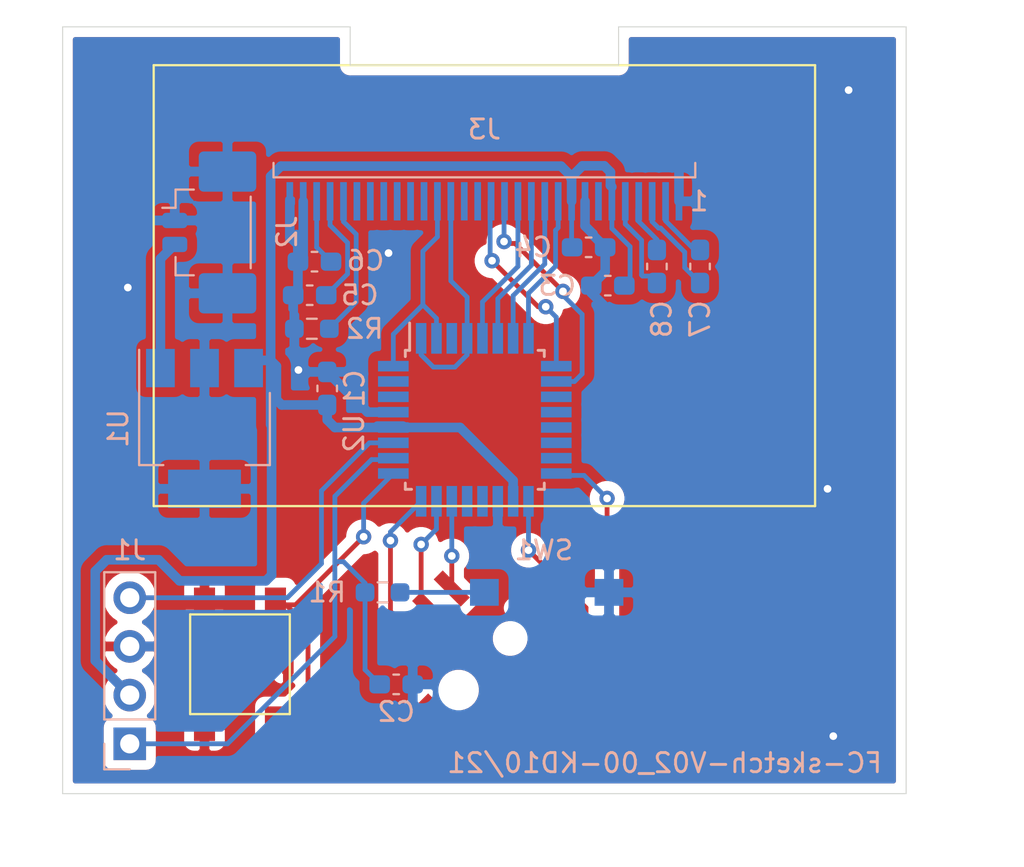
<source format=kicad_pcb>
(kicad_pcb (version 20171130) (host pcbnew 5.1.10-88a1d61d58~90~ubuntu20.04.1)

  (general
    (thickness 1.6)
    (drawings 50)
    (tracks 198)
    (zones 0)
    (modules 18)
    (nets 28)
  )

  (page A4)
  (layers
    (0 F.Cu signal)
    (31 B.Cu signal)
    (32 B.Adhes user)
    (33 F.Adhes user)
    (34 B.Paste user)
    (35 F.Paste user)
    (36 B.SilkS user)
    (37 F.SilkS user)
    (38 B.Mask user)
    (39 F.Mask user)
    (40 Dwgs.User user)
    (41 Cmts.User user)
    (42 Eco1.User user)
    (43 Eco2.User user)
    (44 Edge.Cuts user)
    (45 Margin user)
    (46 B.CrtYd user)
    (47 F.CrtYd user)
    (48 B.Fab user)
    (49 F.Fab user)
  )

  (setup
    (last_trace_width 0.25)
    (trace_clearance 0.2)
    (zone_clearance 0.508)
    (zone_45_only no)
    (trace_min 0.2)
    (via_size 0.8)
    (via_drill 0.4)
    (via_min_size 0.4)
    (via_min_drill 0.3)
    (uvia_size 0.3)
    (uvia_drill 0.1)
    (uvias_allowed no)
    (uvia_min_size 0.2)
    (uvia_min_drill 0.1)
    (edge_width 0.05)
    (segment_width 0.2)
    (pcb_text_width 0.3)
    (pcb_text_size 1.5 1.5)
    (mod_edge_width 0.12)
    (mod_text_size 1 1)
    (mod_text_width 0.15)
    (pad_size 2 1.8)
    (pad_drill 0)
    (pad_to_mask_clearance 0)
    (aux_axis_origin 0 0)
    (visible_elements FFFFFF7F)
    (pcbplotparams
      (layerselection 0x010fc_ffffffff)
      (usegerberextensions true)
      (usegerberattributes false)
      (usegerberadvancedattributes false)
      (creategerberjobfile false)
      (excludeedgelayer true)
      (linewidth 0.100000)
      (plotframeref false)
      (viasonmask false)
      (mode 1)
      (useauxorigin false)
      (hpglpennumber 1)
      (hpglpenspeed 20)
      (hpglpendiameter 15.000000)
      (psnegative false)
      (psa4output false)
      (plotreference true)
      (plotvalue false)
      (plotinvisibletext false)
      (padsonsilk false)
      (subtractmaskfromsilk true)
      (outputformat 1)
      (mirror false)
      (drillshape 0)
      (scaleselection 1)
      (outputdirectory "../../Files_for_manufacture/sketch/"))
  )

  (net 0 "")
  (net 1 GND)
  (net 2 5Vin)
  (net 3 screenCLR)
  (net 4 +3V0)
  (net 5 RST)
  (net 6 PGD)
  (net 7 "Net-(R1-Pad2)")
  (net 8 directionD)
  (net 9 directionB)
  (net 10 directionC)
  (net 11 directionE)
  (net 12 directionA)
  (net 13 "Net-(C5-Pad1)")
  (net 14 "Net-(C6-Pad1)")
  (net 15 "Net-(C7-Pad2)")
  (net 16 "Net-(C7-Pad1)")
  (net 17 "Net-(C8-Pad2)")
  (net 18 "Net-(C8-Pad1)")
  (net 19 "Net-(J3-Pad26)")
  (net 20 MOSI)
  (net 21 SCK)
  (net 22 A0)
  (net 23 RESB)
  (net 24 CSB)
  (net 25 IM2)
  (net 26 IM1)
  (net 27 IM0)

  (net_class Default "This is the default net class."
    (clearance 0.2)
    (trace_width 0.25)
    (via_dia 0.8)
    (via_drill 0.4)
    (uvia_dia 0.3)
    (uvia_drill 0.1)
    (add_net +3V0)
    (add_net 5Vin)
    (add_net A0)
    (add_net CSB)
    (add_net GND)
    (add_net IM0)
    (add_net IM1)
    (add_net IM2)
    (add_net MOSI)
    (add_net "Net-(C5-Pad1)")
    (add_net "Net-(C6-Pad1)")
    (add_net "Net-(C7-Pad1)")
    (add_net "Net-(C7-Pad2)")
    (add_net "Net-(C8-Pad1)")
    (add_net "Net-(C8-Pad2)")
    (add_net "Net-(J3-Pad26)")
    (add_net "Net-(R1-Pad2)")
    (add_net PGD)
    (add_net RESB)
    (add_net RST)
    (add_net SCK)
    (add_net directionA)
    (add_net directionB)
    (add_net directionC)
    (add_net directionD)
    (add_net directionE)
    (add_net screenCLR)
  )

  (module Connector_Molex:Molex_PicoBlade_53398-0271_1x02-1MP_P1.25mm_Vertical (layer B.Cu) (tedit 5B78AD88) (tstamp 6179B3ED)
    (at 97.1 70.725 270)
    (descr "Molex PicoBlade series connector, 53398-0271 (http://www.molex.com/pdm_docs/sd/533980271_sd.pdf), generated with kicad-footprint-generator")
    (tags "connector Molex PicoBlade side entry")
    (path /617E3B85)
    (attr smd)
    (fp_text reference J2 (at -0.025 -4.6 90) (layer B.SilkS)
      (effects (font (size 1 1) (thickness 0.15)) (justify mirror))
    )
    (fp_text value Conn_02x01_MountingPin (at 0 -4.2 90) (layer B.Fab)
      (effects (font (size 1 1) (thickness 0.15)) (justify mirror))
    )
    (fp_line (start -0.625 0.392893) (end -0.125 1.1) (layer B.Fab) (width 0.1))
    (fp_line (start -1.125 1.1) (end -0.625 0.392893) (layer B.Fab) (width 0.1))
    (fp_line (start 4.72 2.4) (end -4.72 2.4) (layer B.CrtYd) (width 0.05))
    (fp_line (start 4.72 -3.5) (end 4.72 2.4) (layer B.CrtYd) (width 0.05))
    (fp_line (start -4.72 -3.5) (end 4.72 -3.5) (layer B.CrtYd) (width 0.05))
    (fp_line (start -4.72 2.4) (end -4.72 -3.5) (layer B.CrtYd) (width 0.05))
    (fp_line (start 3.625 0.2) (end 2.125 0.2) (layer B.Fab) (width 0.1))
    (fp_line (start 3.625 -0.4) (end 3.625 0.2) (layer B.Fab) (width 0.1))
    (fp_line (start 3.825 -0.6) (end 3.625 -0.4) (layer B.Fab) (width 0.1))
    (fp_line (start 3.825 -2.4) (end 3.825 -0.6) (layer B.Fab) (width 0.1))
    (fp_line (start 3.625 -2.6) (end 3.825 -2.4) (layer B.Fab) (width 0.1))
    (fp_line (start 2.125 -2.6) (end 3.625 -2.6) (layer B.Fab) (width 0.1))
    (fp_line (start -3.625 0.2) (end -2.125 0.2) (layer B.Fab) (width 0.1))
    (fp_line (start -3.625 -0.4) (end -3.625 0.2) (layer B.Fab) (width 0.1))
    (fp_line (start -3.825 -0.6) (end -3.625 -0.4) (layer B.Fab) (width 0.1))
    (fp_line (start -3.825 -2.4) (end -3.825 -0.6) (layer B.Fab) (width 0.1))
    (fp_line (start -3.625 -2.6) (end -3.825 -2.4) (layer B.Fab) (width 0.1))
    (fp_line (start -2.125 -2.6) (end -3.625 -2.6) (layer B.Fab) (width 0.1))
    (fp_line (start 0.775 -1.225) (end 0.475 -1.225) (layer B.Fab) (width 0.1))
    (fp_line (start 0.775 -1.825) (end 0.775 -1.225) (layer B.Fab) (width 0.1))
    (fp_line (start 0.475 -1.825) (end 0.775 -1.825) (layer B.Fab) (width 0.1))
    (fp_line (start 0.475 -1.225) (end 0.475 -1.825) (layer B.Fab) (width 0.1))
    (fp_line (start -0.475 -1.225) (end -0.775 -1.225) (layer B.Fab) (width 0.1))
    (fp_line (start -0.475 -1.825) (end -0.475 -1.225) (layer B.Fab) (width 0.1))
    (fp_line (start -0.775 -1.825) (end -0.475 -1.825) (layer B.Fab) (width 0.1))
    (fp_line (start -0.775 -1.225) (end -0.775 -1.825) (layer B.Fab) (width 0.1))
    (fp_line (start 2.125 1.1) (end 2.125 -2.6) (layer B.Fab) (width 0.1))
    (fp_line (start -2.125 1.1) (end -2.125 -2.6) (layer B.Fab) (width 0.1))
    (fp_line (start -2.125 -2.6) (end 2.125 -2.6) (layer B.Fab) (width 0.1))
    (fp_line (start -1.865 -2.71) (end 1.865 -2.71) (layer B.SilkS) (width 0.12))
    (fp_line (start 2.235 1.21) (end 1.285 1.21) (layer B.SilkS) (width 0.12))
    (fp_line (start 2.235 0.26) (end 2.235 1.21) (layer B.SilkS) (width 0.12))
    (fp_line (start -1.285 1.21) (end -1.285 1.9) (layer B.SilkS) (width 0.12))
    (fp_line (start -2.235 1.21) (end -1.285 1.21) (layer B.SilkS) (width 0.12))
    (fp_line (start -2.235 0.26) (end -2.235 1.21) (layer B.SilkS) (width 0.12))
    (fp_line (start -2.125 1.1) (end 2.125 1.1) (layer B.Fab) (width 0.1))
    (fp_text user %R (at 0 -0.4 90) (layer B.Fab)
      (effects (font (size 1 1) (thickness 0.15)) (justify mirror))
    )
    (pad MP smd roundrect (at 3.175 -1.5 270) (size 2.1 3) (layers B.Cu B.Paste B.Mask) (roundrect_rratio 0.119047619047619)
      (net 1 GND))
    (pad MP smd roundrect (at -3.175 -1.5 270) (size 2.1 3) (layers B.Cu B.Paste B.Mask) (roundrect_rratio 0.119047619047619)
      (net 1 GND))
    (pad 2 smd roundrect (at 0.625 1.25 270) (size 0.8 1.3) (layers B.Cu B.Paste B.Mask) (roundrect_rratio 0.25)
      (net 2 5Vin))
    (pad 1 smd roundrect (at -0.625 1.25 270) (size 0.8 1.3) (layers B.Cu B.Paste B.Mask) (roundrect_rratio 0.25)
      (net 1 GND))
    (model ${KISYS3DMOD}/Connector_Molex.3dshapes/Molex_PicoBlade_53398-0271_1x02-1MP_P1.25mm_Vertical.wrl
      (at (xyz 0 0 0))
      (scale (xyz 1 1 1))
      (rotate (xyz 0 0 0))
    )
  )

  (module Resistor_SMD:R_0603_1608Metric_Pad0.98x0.95mm_HandSolder (layer B.Cu) (tedit 5F68FEEE) (tstamp 61796213)
    (at 103 75.75 180)
    (descr "Resistor SMD 0603 (1608 Metric), square (rectangular) end terminal, IPC_7351 nominal with elongated pad for handsoldering. (Body size source: IPC-SM-782 page 72, https://www.pcb-3d.com/wordpress/wp-content/uploads/ipc-sm-782a_amendment_1_and_2.pdf), generated with kicad-footprint-generator")
    (tags "resistor handsolder")
    (path /61834F4F)
    (attr smd)
    (fp_text reference R2 (at -2.75 0) (layer B.SilkS)
      (effects (font (size 1 1) (thickness 0.15)) (justify mirror))
    )
    (fp_text value 310k (at 0 -1.43) (layer B.Fab)
      (effects (font (size 1 1) (thickness 0.15)) (justify mirror))
    )
    (fp_line (start 1.65 -0.73) (end -1.65 -0.73) (layer B.CrtYd) (width 0.05))
    (fp_line (start 1.65 0.73) (end 1.65 -0.73) (layer B.CrtYd) (width 0.05))
    (fp_line (start -1.65 0.73) (end 1.65 0.73) (layer B.CrtYd) (width 0.05))
    (fp_line (start -1.65 -0.73) (end -1.65 0.73) (layer B.CrtYd) (width 0.05))
    (fp_line (start -0.254724 -0.5225) (end 0.254724 -0.5225) (layer B.SilkS) (width 0.12))
    (fp_line (start -0.254724 0.5225) (end 0.254724 0.5225) (layer B.SilkS) (width 0.12))
    (fp_line (start 0.8 -0.4125) (end -0.8 -0.4125) (layer B.Fab) (width 0.1))
    (fp_line (start 0.8 0.4125) (end 0.8 -0.4125) (layer B.Fab) (width 0.1))
    (fp_line (start -0.8 0.4125) (end 0.8 0.4125) (layer B.Fab) (width 0.1))
    (fp_line (start -0.8 -0.4125) (end -0.8 0.4125) (layer B.Fab) (width 0.1))
    (fp_text user %R (at 0 0) (layer B.Fab)
      (effects (font (size 0.4 0.4) (thickness 0.06)) (justify mirror))
    )
    (pad 2 smd roundrect (at 0.9125 0 180) (size 0.975 0.95) (layers B.Cu B.Paste B.Mask) (roundrect_rratio 0.25)
      (net 1 GND))
    (pad 1 smd roundrect (at -0.9125 0 180) (size 0.975 0.95) (layers B.Cu B.Paste B.Mask) (roundrect_rratio 0.25)
      (net 19 "Net-(J3-Pad26)"))
    (model ${KISYS3DMOD}/Resistor_SMD.3dshapes/R_0603_1608Metric.wrl
      (at (xyz 0 0 0))
      (scale (xyz 1 1 1))
      (rotate (xyz 0 0 0))
    )
  )

  (module My_Footprints:screenConnector_30pin_0.7pitch (layer B.Cu) (tedit 61786794) (tstamp 617961E2)
    (at 112 70.1 180)
    (path /617807E0)
    (fp_text reference J3 (at 0 4.75) (layer B.SilkS)
      (effects (font (size 1 1) (thickness 0.15)) (justify mirror))
    )
    (fp_text value Conn_01x30_Female (at 0 6.5) (layer B.Fab)
      (effects (font (size 1 1) (thickness 0.15)) (justify mirror))
    )
    (fp_line (start -10 2.75) (end -10.25 2) (layer B.Fab) (width 0.12))
    (fp_line (start -10.5 2.75) (end -10 2.75) (layer B.Fab) (width 0.12))
    (fp_line (start -10.25 2) (end -10.5 2.75) (layer B.Fab) (width 0.12))
    (fp_line (start 11 2) (end 11 3) (layer B.Fab) (width 0.12))
    (fp_line (start -11 2) (end 11 2) (layer B.Fab) (width 0.12))
    (fp_line (start -11 3) (end -11 2) (layer B.Fab) (width 0.12))
    (fp_line (start -11 -0.25) (end -11 2.25) (layer B.CrtYd) (width 0.05))
    (fp_line (start 11 -0.25) (end -11 -0.25) (layer B.CrtYd) (width 0.05))
    (fp_line (start 11 2.25) (end 11 -0.25) (layer B.CrtYd) (width 0.05))
    (fp_line (start -11 2.25) (end 11 2.25) (layer B.CrtYd) (width 0.05))
    (fp_line (start 11 2.25) (end 11 3) (layer B.SilkS) (width 0.12))
    (fp_line (start -11 2.25) (end 11 2.25) (layer B.SilkS) (width 0.12))
    (fp_line (start -11 3) (end -11 2.25) (layer B.SilkS) (width 0.12))
    (fp_text user 1 (at -11.2 1) (layer B.SilkS)
      (effects (font (size 1 1) (thickness 0.15)) (justify mirror))
    )
    (pad 30 smd rect (at 10.15 1 180) (size 0.35 2) (layers B.Cu B.Paste B.Mask)
      (net 1 GND))
    (pad 29 smd rect (at 9.45 1 180) (size 0.35 2) (layers B.Cu B.Paste B.Mask)
      (net 1 GND))
    (pad 28 smd rect (at 8.75 1 180) (size 0.35 2) (layers B.Cu B.Paste B.Mask)
      (net 14 "Net-(C6-Pad1)"))
    (pad 27 smd rect (at 8.05 1 180) (size 0.35 2) (layers B.Cu B.Paste B.Mask)
      (net 13 "Net-(C5-Pad1)"))
    (pad 26 smd rect (at 7.35 1 180) (size 0.35 2) (layers B.Cu B.Paste B.Mask)
      (net 19 "Net-(J3-Pad26)"))
    (pad 25 smd rect (at 6.65 1 180) (size 0.35 2) (layers B.Cu B.Paste B.Mask))
    (pad 24 smd rect (at 5.95 1 180) (size 0.35 2) (layers B.Cu B.Paste B.Mask))
    (pad 23 smd rect (at 5.25 1 180) (size 0.35 2) (layers B.Cu B.Paste B.Mask))
    (pad 22 smd rect (at 4.55 1 180) (size 0.35 2) (layers B.Cu B.Paste B.Mask))
    (pad 21 smd rect (at 3.85 1 180) (size 0.35 2) (layers B.Cu B.Paste B.Mask))
    (pad 20 smd rect (at 3.15 1 180) (size 0.35 2) (layers B.Cu B.Paste B.Mask))
    (pad 19 smd rect (at 2.45 1 180) (size 0.35 2) (layers B.Cu B.Paste B.Mask)
      (net 20 MOSI))
    (pad 18 smd rect (at 1.75 1 180) (size 0.35 2) (layers B.Cu B.Paste B.Mask)
      (net 21 SCK))
    (pad 17 smd rect (at 1.05 1 180) (size 0.35 2) (layers B.Cu B.Paste B.Mask))
    (pad 16 smd rect (at 0.35 1 180) (size 0.35 2) (layers B.Cu B.Paste B.Mask))
    (pad 15 smd rect (at -0.35 1 180) (size 0.35 2) (layers B.Cu B.Paste B.Mask)
      (net 22 A0))
    (pad 14 smd rect (at -1.05 1 180) (size 0.35 2) (layers B.Cu B.Paste B.Mask)
      (net 23 RESB))
    (pad 13 smd rect (at -1.75 1 180) (size 0.35 2) (layers B.Cu B.Paste B.Mask)
      (net 24 CSB))
    (pad 12 smd rect (at -2.45 1 180) (size 0.35 2) (layers B.Cu B.Paste B.Mask)
      (net 25 IM2))
    (pad 11 smd rect (at -3.15 1 180) (size 0.35 2) (layers B.Cu B.Paste B.Mask)
      (net 26 IM1))
    (pad 10 smd rect (at -3.85 1 180) (size 0.35 2) (layers B.Cu B.Paste B.Mask)
      (net 27 IM0))
    (pad 9 smd rect (at -4.55 1 180) (size 0.35 2) (layers B.Cu B.Paste B.Mask)
      (net 4 +3V0))
    (pad 8 smd rect (at -5.25 1 180) (size 0.35 2) (layers B.Cu B.Paste B.Mask)
      (net 1 GND))
    (pad 7 smd rect (at -5.95 1 180) (size 0.35 2) (layers B.Cu B.Paste B.Mask))
    (pad 6 smd rect (at -6.65 1 180) (size 0.35 2) (layers B.Cu B.Paste B.Mask)
      (net 4 +3V0))
    (pad 5 smd rect (at -7.35 1 180) (size 0.35 2) (layers B.Cu B.Paste B.Mask)
      (net 18 "Net-(C8-Pad1)"))
    (pad 4 smd rect (at -8.05 1 180) (size 0.35 2) (layers B.Cu B.Paste B.Mask)
      (net 17 "Net-(C8-Pad2)"))
    (pad 3 smd rect (at -8.75 1 180) (size 0.35 2) (layers B.Cu B.Paste B.Mask)
      (net 15 "Net-(C7-Pad2)"))
    (pad 2 smd rect (at -9.45 1 180) (size 0.35 2) (layers B.Cu B.Paste B.Mask)
      (net 16 "Net-(C7-Pad1)"))
    (pad 1 smd rect (at -10.15 1 180) (size 0.35 2) (layers B.Cu B.Paste B.Mask)
      (net 1 GND))
  )

  (module Connector_PinHeader_2.54mm:PinHeader_1x04_P2.54mm_Vertical (layer B.Cu) (tedit 59FED5CC) (tstamp 6179615A)
    (at 93.5 97.4)
    (descr "Through hole straight pin header, 1x04, 2.54mm pitch, single row")
    (tags "Through hole pin header THT 1x04 2.54mm single row")
    (path /61765889)
    (fp_text reference J1 (at 0 -10.1) (layer B.SilkS)
      (effects (font (size 1 1) (thickness 0.15)) (justify mirror))
    )
    (fp_text value Conn_01x04_Male (at 0 -9.95) (layer B.Fab)
      (effects (font (size 1 1) (thickness 0.15)) (justify mirror))
    )
    (fp_line (start 1.8 1.8) (end -1.8 1.8) (layer B.CrtYd) (width 0.05))
    (fp_line (start 1.8 -9.4) (end 1.8 1.8) (layer B.CrtYd) (width 0.05))
    (fp_line (start -1.8 -9.4) (end 1.8 -9.4) (layer B.CrtYd) (width 0.05))
    (fp_line (start -1.8 1.8) (end -1.8 -9.4) (layer B.CrtYd) (width 0.05))
    (fp_line (start -1.33 1.33) (end 0 1.33) (layer B.SilkS) (width 0.12))
    (fp_line (start -1.33 0) (end -1.33 1.33) (layer B.SilkS) (width 0.12))
    (fp_line (start -1.33 -1.27) (end 1.33 -1.27) (layer B.SilkS) (width 0.12))
    (fp_line (start 1.33 -1.27) (end 1.33 -8.95) (layer B.SilkS) (width 0.12))
    (fp_line (start -1.33 -1.27) (end -1.33 -8.95) (layer B.SilkS) (width 0.12))
    (fp_line (start -1.33 -8.95) (end 1.33 -8.95) (layer B.SilkS) (width 0.12))
    (fp_line (start -1.27 0.635) (end -0.635 1.27) (layer B.Fab) (width 0.1))
    (fp_line (start -1.27 -8.89) (end -1.27 0.635) (layer B.Fab) (width 0.1))
    (fp_line (start 1.27 -8.89) (end -1.27 -8.89) (layer B.Fab) (width 0.1))
    (fp_line (start 1.27 1.27) (end 1.27 -8.89) (layer B.Fab) (width 0.1))
    (fp_line (start -0.635 1.27) (end 1.27 1.27) (layer B.Fab) (width 0.1))
    (fp_text user %R (at 0 -3.81 -90) (layer B.Fab)
      (effects (font (size 1 1) (thickness 0.15)) (justify mirror))
    )
    (pad 4 thru_hole oval (at 0 -7.62) (size 1.7 1.7) (drill 1) (layers *.Cu *.Mask)
      (net 6 PGD))
    (pad 3 thru_hole oval (at 0 -5.08) (size 1.7 1.7) (drill 1) (layers *.Cu *.Mask)
      (net 1 GND))
    (pad 2 thru_hole oval (at 0 -2.54) (size 1.7 1.7) (drill 1) (layers *.Cu *.Mask)
      (net 4 +3V0))
    (pad 1 thru_hole rect (at 0 0) (size 1.7 1.7) (drill 1) (layers *.Cu *.Mask)
      (net 5 RST))
    (model ${KISYS3DMOD}/Connector_PinHeader_2.54mm.3dshapes/PinHeader_1x04_P2.54mm_Vertical.wrl
      (at (xyz 0 0 0))
      (scale (xyz 1 1 1))
      (rotate (xyz 0 0 0))
    )
  )

  (module Capacitor_SMD:C_0603_1608Metric_Pad1.08x0.95mm_HandSolder (layer B.Cu) (tedit 5F68FEEF) (tstamp 61796142)
    (at 121 72.5 90)
    (descr "Capacitor SMD 0603 (1608 Metric), square (rectangular) end terminal, IPC_7351 nominal with elongated pad for handsoldering. (Body size source: IPC-SM-782 page 76, https://www.pcb-3d.com/wordpress/wp-content/uploads/ipc-sm-782a_amendment_1_and_2.pdf), generated with kicad-footprint-generator")
    (tags "capacitor handsolder")
    (path /61794B19)
    (attr smd)
    (fp_text reference C8 (at -2.75 0.25 90) (layer B.SilkS)
      (effects (font (size 1 1) (thickness 0.15)) (justify mirror))
    )
    (fp_text value 4.7u (at 0 -1.43 90) (layer B.Fab)
      (effects (font (size 1 1) (thickness 0.15)) (justify mirror))
    )
    (fp_line (start 1.65 -0.73) (end -1.65 -0.73) (layer B.CrtYd) (width 0.05))
    (fp_line (start 1.65 0.73) (end 1.65 -0.73) (layer B.CrtYd) (width 0.05))
    (fp_line (start -1.65 0.73) (end 1.65 0.73) (layer B.CrtYd) (width 0.05))
    (fp_line (start -1.65 -0.73) (end -1.65 0.73) (layer B.CrtYd) (width 0.05))
    (fp_line (start -0.146267 -0.51) (end 0.146267 -0.51) (layer B.SilkS) (width 0.12))
    (fp_line (start -0.146267 0.51) (end 0.146267 0.51) (layer B.SilkS) (width 0.12))
    (fp_line (start 0.8 -0.4) (end -0.8 -0.4) (layer B.Fab) (width 0.1))
    (fp_line (start 0.8 0.4) (end 0.8 -0.4) (layer B.Fab) (width 0.1))
    (fp_line (start -0.8 0.4) (end 0.8 0.4) (layer B.Fab) (width 0.1))
    (fp_line (start -0.8 -0.4) (end -0.8 0.4) (layer B.Fab) (width 0.1))
    (fp_text user %R (at 0 0 90) (layer B.Fab)
      (effects (font (size 0.4 0.4) (thickness 0.06)) (justify mirror))
    )
    (pad 2 smd roundrect (at 0.8625 0 90) (size 1.075 0.95) (layers B.Cu B.Paste B.Mask) (roundrect_rratio 0.25)
      (net 17 "Net-(C8-Pad2)"))
    (pad 1 smd roundrect (at -0.8625 0 90) (size 1.075 0.95) (layers B.Cu B.Paste B.Mask) (roundrect_rratio 0.25)
      (net 18 "Net-(C8-Pad1)"))
    (model ${KISYS3DMOD}/Capacitor_SMD.3dshapes/C_0603_1608Metric.wrl
      (at (xyz 0 0 0))
      (scale (xyz 1 1 1))
      (rotate (xyz 0 0 0))
    )
  )

  (module Capacitor_SMD:C_0603_1608Metric_Pad1.08x0.95mm_HandSolder (layer B.Cu) (tedit 5F68FEEF) (tstamp 61796131)
    (at 123.25 72.5 270)
    (descr "Capacitor SMD 0603 (1608 Metric), square (rectangular) end terminal, IPC_7351 nominal with elongated pad for handsoldering. (Body size source: IPC-SM-782 page 76, https://www.pcb-3d.com/wordpress/wp-content/uploads/ipc-sm-782a_amendment_1_and_2.pdf), generated with kicad-footprint-generator")
    (tags "capacitor handsolder")
    (path /6179409B)
    (attr smd)
    (fp_text reference C7 (at 2.75 0 90) (layer B.SilkS)
      (effects (font (size 1 1) (thickness 0.15)) (justify mirror))
    )
    (fp_text value 4.7u (at 0 -1.43 90) (layer B.Fab)
      (effects (font (size 1 1) (thickness 0.15)) (justify mirror))
    )
    (fp_line (start 1.65 -0.73) (end -1.65 -0.73) (layer B.CrtYd) (width 0.05))
    (fp_line (start 1.65 0.73) (end 1.65 -0.73) (layer B.CrtYd) (width 0.05))
    (fp_line (start -1.65 0.73) (end 1.65 0.73) (layer B.CrtYd) (width 0.05))
    (fp_line (start -1.65 -0.73) (end -1.65 0.73) (layer B.CrtYd) (width 0.05))
    (fp_line (start -0.146267 -0.51) (end 0.146267 -0.51) (layer B.SilkS) (width 0.12))
    (fp_line (start -0.146267 0.51) (end 0.146267 0.51) (layer B.SilkS) (width 0.12))
    (fp_line (start 0.8 -0.4) (end -0.8 -0.4) (layer B.Fab) (width 0.1))
    (fp_line (start 0.8 0.4) (end 0.8 -0.4) (layer B.Fab) (width 0.1))
    (fp_line (start -0.8 0.4) (end 0.8 0.4) (layer B.Fab) (width 0.1))
    (fp_line (start -0.8 -0.4) (end -0.8 0.4) (layer B.Fab) (width 0.1))
    (fp_text user %R (at 0 0 90) (layer B.Fab)
      (effects (font (size 0.4 0.4) (thickness 0.06)) (justify mirror))
    )
    (pad 2 smd roundrect (at 0.8625 0 270) (size 1.075 0.95) (layers B.Cu B.Paste B.Mask) (roundrect_rratio 0.25)
      (net 15 "Net-(C7-Pad2)"))
    (pad 1 smd roundrect (at -0.8625 0 270) (size 1.075 0.95) (layers B.Cu B.Paste B.Mask) (roundrect_rratio 0.25)
      (net 16 "Net-(C7-Pad1)"))
    (model ${KISYS3DMOD}/Capacitor_SMD.3dshapes/C_0603_1608Metric.wrl
      (at (xyz 0 0 0))
      (scale (xyz 1 1 1))
      (rotate (xyz 0 0 0))
    )
  )

  (module Capacitor_SMD:C_0603_1608Metric_Pad1.08x0.95mm_HandSolder (layer B.Cu) (tedit 5F68FEEF) (tstamp 61796120)
    (at 103.1375 72.25 180)
    (descr "Capacitor SMD 0603 (1608 Metric), square (rectangular) end terminal, IPC_7351 nominal with elongated pad for handsoldering. (Body size source: IPC-SM-782 page 76, https://www.pcb-3d.com/wordpress/wp-content/uploads/ipc-sm-782a_amendment_1_and_2.pdf), generated with kicad-footprint-generator")
    (tags "capacitor handsolder")
    (path /6184FD53)
    (attr smd)
    (fp_text reference C6 (at -2.6625 0.05) (layer B.SilkS)
      (effects (font (size 1 1) (thickness 0.15)) (justify mirror))
    )
    (fp_text value 0.22u (at 0 -1.43) (layer B.Fab)
      (effects (font (size 1 1) (thickness 0.15)) (justify mirror))
    )
    (fp_line (start 1.65 -0.73) (end -1.65 -0.73) (layer B.CrtYd) (width 0.05))
    (fp_line (start 1.65 0.73) (end 1.65 -0.73) (layer B.CrtYd) (width 0.05))
    (fp_line (start -1.65 0.73) (end 1.65 0.73) (layer B.CrtYd) (width 0.05))
    (fp_line (start -1.65 -0.73) (end -1.65 0.73) (layer B.CrtYd) (width 0.05))
    (fp_line (start -0.146267 -0.51) (end 0.146267 -0.51) (layer B.SilkS) (width 0.12))
    (fp_line (start -0.146267 0.51) (end 0.146267 0.51) (layer B.SilkS) (width 0.12))
    (fp_line (start 0.8 -0.4) (end -0.8 -0.4) (layer B.Fab) (width 0.1))
    (fp_line (start 0.8 0.4) (end 0.8 -0.4) (layer B.Fab) (width 0.1))
    (fp_line (start -0.8 0.4) (end 0.8 0.4) (layer B.Fab) (width 0.1))
    (fp_line (start -0.8 -0.4) (end -0.8 0.4) (layer B.Fab) (width 0.1))
    (fp_text user %R (at 0 0) (layer B.Fab)
      (effects (font (size 0.4 0.4) (thickness 0.06)) (justify mirror))
    )
    (pad 2 smd roundrect (at 0.8625 0 180) (size 1.075 0.95) (layers B.Cu B.Paste B.Mask) (roundrect_rratio 0.25)
      (net 1 GND))
    (pad 1 smd roundrect (at -0.8625 0 180) (size 1.075 0.95) (layers B.Cu B.Paste B.Mask) (roundrect_rratio 0.25)
      (net 14 "Net-(C6-Pad1)"))
    (model ${KISYS3DMOD}/Capacitor_SMD.3dshapes/C_0603_1608Metric.wrl
      (at (xyz 0 0 0))
      (scale (xyz 1 1 1))
      (rotate (xyz 0 0 0))
    )
  )

  (module Capacitor_SMD:C_0603_1608Metric_Pad1.08x0.95mm_HandSolder (layer B.Cu) (tedit 5F68FEEF) (tstamp 6179610F)
    (at 102.8875 74 180)
    (descr "Capacitor SMD 0603 (1608 Metric), square (rectangular) end terminal, IPC_7351 nominal with elongated pad for handsoldering. (Body size source: IPC-SM-782 page 76, https://www.pcb-3d.com/wordpress/wp-content/uploads/ipc-sm-782a_amendment_1_and_2.pdf), generated with kicad-footprint-generator")
    (tags "capacitor handsolder")
    (path /61850457)
    (attr smd)
    (fp_text reference C5 (at -2.6125 0) (layer B.SilkS)
      (effects (font (size 1 1) (thickness 0.15)) (justify mirror))
    )
    (fp_text value 0.22u (at 0 -1.43) (layer B.Fab)
      (effects (font (size 1 1) (thickness 0.15)) (justify mirror))
    )
    (fp_line (start 1.65 -0.73) (end -1.65 -0.73) (layer B.CrtYd) (width 0.05))
    (fp_line (start 1.65 0.73) (end 1.65 -0.73) (layer B.CrtYd) (width 0.05))
    (fp_line (start -1.65 0.73) (end 1.65 0.73) (layer B.CrtYd) (width 0.05))
    (fp_line (start -1.65 -0.73) (end -1.65 0.73) (layer B.CrtYd) (width 0.05))
    (fp_line (start -0.146267 -0.51) (end 0.146267 -0.51) (layer B.SilkS) (width 0.12))
    (fp_line (start -0.146267 0.51) (end 0.146267 0.51) (layer B.SilkS) (width 0.12))
    (fp_line (start 0.8 -0.4) (end -0.8 -0.4) (layer B.Fab) (width 0.1))
    (fp_line (start 0.8 0.4) (end 0.8 -0.4) (layer B.Fab) (width 0.1))
    (fp_line (start -0.8 0.4) (end 0.8 0.4) (layer B.Fab) (width 0.1))
    (fp_line (start -0.8 -0.4) (end -0.8 0.4) (layer B.Fab) (width 0.1))
    (fp_text user %R (at 0 0) (layer B.Fab)
      (effects (font (size 0.4 0.4) (thickness 0.06)) (justify mirror))
    )
    (pad 2 smd roundrect (at 0.8625 0 180) (size 1.075 0.95) (layers B.Cu B.Paste B.Mask) (roundrect_rratio 0.25)
      (net 1 GND))
    (pad 1 smd roundrect (at -0.8625 0 180) (size 1.075 0.95) (layers B.Cu B.Paste B.Mask) (roundrect_rratio 0.25)
      (net 13 "Net-(C5-Pad1)"))
    (model ${KISYS3DMOD}/Capacitor_SMD.3dshapes/C_0603_1608Metric.wrl
      (at (xyz 0 0 0))
      (scale (xyz 1 1 1))
      (rotate (xyz 0 0 0))
    )
  )

  (module Capacitor_SMD:C_0603_1608Metric_Pad1.08x0.95mm_HandSolder (layer B.Cu) (tedit 5F68FEEF) (tstamp 617960FE)
    (at 117.4375 71.5)
    (descr "Capacitor SMD 0603 (1608 Metric), square (rectangular) end terminal, IPC_7351 nominal with elongated pad for handsoldering. (Body size source: IPC-SM-782 page 76, https://www.pcb-3d.com/wordpress/wp-content/uploads/ipc-sm-782a_amendment_1_and_2.pdf), generated with kicad-footprint-generator")
    (tags "capacitor handsolder")
    (path /618B5578)
    (attr smd)
    (fp_text reference C4 (at -2.8875 0) (layer B.SilkS)
      (effects (font (size 1 1) (thickness 0.15)) (justify mirror))
    )
    (fp_text value 4.7u (at 0 -1.43) (layer B.Fab)
      (effects (font (size 1 1) (thickness 0.15)) (justify mirror))
    )
    (fp_line (start 1.65 -0.73) (end -1.65 -0.73) (layer B.CrtYd) (width 0.05))
    (fp_line (start 1.65 0.73) (end 1.65 -0.73) (layer B.CrtYd) (width 0.05))
    (fp_line (start -1.65 0.73) (end 1.65 0.73) (layer B.CrtYd) (width 0.05))
    (fp_line (start -1.65 -0.73) (end -1.65 0.73) (layer B.CrtYd) (width 0.05))
    (fp_line (start -0.146267 -0.51) (end 0.146267 -0.51) (layer B.SilkS) (width 0.12))
    (fp_line (start -0.146267 0.51) (end 0.146267 0.51) (layer B.SilkS) (width 0.12))
    (fp_line (start 0.8 -0.4) (end -0.8 -0.4) (layer B.Fab) (width 0.1))
    (fp_line (start 0.8 0.4) (end 0.8 -0.4) (layer B.Fab) (width 0.1))
    (fp_line (start -0.8 0.4) (end 0.8 0.4) (layer B.Fab) (width 0.1))
    (fp_line (start -0.8 -0.4) (end -0.8 0.4) (layer B.Fab) (width 0.1))
    (fp_text user %R (at 0 0) (layer B.Fab)
      (effects (font (size 0.4 0.4) (thickness 0.06)) (justify mirror))
    )
    (pad 2 smd roundrect (at 0.8625 0) (size 1.075 0.95) (layers B.Cu B.Paste B.Mask) (roundrect_rratio 0.25)
      (net 1 GND))
    (pad 1 smd roundrect (at -0.8625 0) (size 1.075 0.95) (layers B.Cu B.Paste B.Mask) (roundrect_rratio 0.25)
      (net 4 +3V0))
    (model ${KISYS3DMOD}/Capacitor_SMD.3dshapes/C_0603_1608Metric.wrl
      (at (xyz 0 0 0))
      (scale (xyz 1 1 1))
      (rotate (xyz 0 0 0))
    )
  )

  (module Capacitor_SMD:C_0603_1608Metric_Pad1.08x0.95mm_HandSolder (layer B.Cu) (tedit 5F68FEEF) (tstamp 617960ED)
    (at 118.4375 73.5 180)
    (descr "Capacitor SMD 0603 (1608 Metric), square (rectangular) end terminal, IPC_7351 nominal with elongated pad for handsoldering. (Body size source: IPC-SM-782 page 76, https://www.pcb-3d.com/wordpress/wp-content/uploads/ipc-sm-782a_amendment_1_and_2.pdf), generated with kicad-footprint-generator")
    (tags "capacitor handsolder")
    (path /618B4D02)
    (attr smd)
    (fp_text reference C3 (at 2.6375 0) (layer B.SilkS)
      (effects (font (size 1 1) (thickness 0.15)) (justify mirror))
    )
    (fp_text value 4.7u (at 0 -1.43) (layer B.Fab)
      (effects (font (size 1 1) (thickness 0.15)) (justify mirror))
    )
    (fp_line (start 1.65 -0.73) (end -1.65 -0.73) (layer B.CrtYd) (width 0.05))
    (fp_line (start 1.65 0.73) (end 1.65 -0.73) (layer B.CrtYd) (width 0.05))
    (fp_line (start -1.65 0.73) (end 1.65 0.73) (layer B.CrtYd) (width 0.05))
    (fp_line (start -1.65 -0.73) (end -1.65 0.73) (layer B.CrtYd) (width 0.05))
    (fp_line (start -0.146267 -0.51) (end 0.146267 -0.51) (layer B.SilkS) (width 0.12))
    (fp_line (start -0.146267 0.51) (end 0.146267 0.51) (layer B.SilkS) (width 0.12))
    (fp_line (start 0.8 -0.4) (end -0.8 -0.4) (layer B.Fab) (width 0.1))
    (fp_line (start 0.8 0.4) (end 0.8 -0.4) (layer B.Fab) (width 0.1))
    (fp_line (start -0.8 0.4) (end 0.8 0.4) (layer B.Fab) (width 0.1))
    (fp_line (start -0.8 -0.4) (end -0.8 0.4) (layer B.Fab) (width 0.1))
    (fp_text user %R (at 0 0) (layer B.Fab)
      (effects (font (size 0.4 0.4) (thickness 0.06)) (justify mirror))
    )
    (pad 2 smd roundrect (at 0.8625 0 180) (size 1.075 0.95) (layers B.Cu B.Paste B.Mask) (roundrect_rratio 0.25)
      (net 1 GND))
    (pad 1 smd roundrect (at -0.8625 0 180) (size 1.075 0.95) (layers B.Cu B.Paste B.Mask) (roundrect_rratio 0.25)
      (net 4 +3V0))
    (model ${KISYS3DMOD}/Capacitor_SMD.3dshapes/C_0603_1608Metric.wrl
      (at (xyz 0 0 0))
      (scale (xyz 1 1 1))
      (rotate (xyz 0 0 0))
    )
  )

  (module Resistor_SMD:R_0603_1608Metric_Pad0.98x0.95mm_HandSolder (layer B.Cu) (tedit 5F68FEEE) (tstamp 617413DF)
    (at 106.6875 89.5)
    (descr "Resistor SMD 0603 (1608 Metric), square (rectangular) end terminal, IPC_7351 nominal with elongated pad for handsoldering. (Body size source: IPC-SM-782 page 72, https://www.pcb-3d.com/wordpress/wp-content/uploads/ipc-sm-782a_amendment_1_and_2.pdf), generated with kicad-footprint-generator")
    (tags "resistor handsolder")
    (path /6175AB81)
    (attr smd)
    (fp_text reference R1 (at -2.8875 0) (layer B.SilkS)
      (effects (font (size 1 1) (thickness 0.15)) (justify mirror))
    )
    (fp_text value 330 (at 0 -1.43) (layer B.Fab)
      (effects (font (size 1 1) (thickness 0.15)) (justify mirror))
    )
    (fp_line (start 1.65 -0.73) (end -1.65 -0.73) (layer B.CrtYd) (width 0.05))
    (fp_line (start 1.65 0.73) (end 1.65 -0.73) (layer B.CrtYd) (width 0.05))
    (fp_line (start -1.65 0.73) (end 1.65 0.73) (layer B.CrtYd) (width 0.05))
    (fp_line (start -1.65 -0.73) (end -1.65 0.73) (layer B.CrtYd) (width 0.05))
    (fp_line (start -0.254724 -0.5225) (end 0.254724 -0.5225) (layer B.SilkS) (width 0.12))
    (fp_line (start -0.254724 0.5225) (end 0.254724 0.5225) (layer B.SilkS) (width 0.12))
    (fp_line (start 0.8 -0.4125) (end -0.8 -0.4125) (layer B.Fab) (width 0.1))
    (fp_line (start 0.8 0.4125) (end 0.8 -0.4125) (layer B.Fab) (width 0.1))
    (fp_line (start -0.8 0.4125) (end 0.8 0.4125) (layer B.Fab) (width 0.1))
    (fp_line (start -0.8 -0.4125) (end -0.8 0.4125) (layer B.Fab) (width 0.1))
    (fp_text user %R (at 0 0) (layer B.Fab)
      (effects (font (size 0.4 0.4) (thickness 0.06)) (justify mirror))
    )
    (pad 2 smd roundrect (at 0.9125 0) (size 0.975 0.95) (layers B.Cu B.Paste B.Mask) (roundrect_rratio 0.25)
      (net 7 "Net-(R1-Pad2)"))
    (pad 1 smd roundrect (at -0.9125 0) (size 0.975 0.95) (layers B.Cu B.Paste B.Mask) (roundrect_rratio 0.25)
      (net 5 RST))
    (model ${KISYS3DMOD}/Resistor_SMD.3dshapes/R_0603_1608Metric.wrl
      (at (xyz 0 0 0))
      (scale (xyz 1 1 1))
      (rotate (xyz 0 0 0))
    )
  )

  (module Capacitor_SMD:C_0603_1608Metric_Pad1.08x0.95mm_HandSolder (layer B.Cu) (tedit 5F68FEEF) (tstamp 61741331)
    (at 107.4 94.3)
    (descr "Capacitor SMD 0603 (1608 Metric), square (rectangular) end terminal, IPC_7351 nominal with elongated pad for handsoldering. (Body size source: IPC-SM-782 page 76, https://www.pcb-3d.com/wordpress/wp-content/uploads/ipc-sm-782a_amendment_1_and_2.pdf), generated with kicad-footprint-generator")
    (tags "capacitor handsolder")
    (path /61762FB8)
    (attr smd)
    (fp_text reference C2 (at 0 1.43) (layer B.SilkS)
      (effects (font (size 1 1) (thickness 0.15)) (justify mirror))
    )
    (fp_text value 100n (at 0 -1.43) (layer B.Fab)
      (effects (font (size 1 1) (thickness 0.15)) (justify mirror))
    )
    (fp_line (start 1.65 -0.73) (end -1.65 -0.73) (layer B.CrtYd) (width 0.05))
    (fp_line (start 1.65 0.73) (end 1.65 -0.73) (layer B.CrtYd) (width 0.05))
    (fp_line (start -1.65 0.73) (end 1.65 0.73) (layer B.CrtYd) (width 0.05))
    (fp_line (start -1.65 -0.73) (end -1.65 0.73) (layer B.CrtYd) (width 0.05))
    (fp_line (start -0.146267 -0.51) (end 0.146267 -0.51) (layer B.SilkS) (width 0.12))
    (fp_line (start -0.146267 0.51) (end 0.146267 0.51) (layer B.SilkS) (width 0.12))
    (fp_line (start 0.8 -0.4) (end -0.8 -0.4) (layer B.Fab) (width 0.1))
    (fp_line (start 0.8 0.4) (end 0.8 -0.4) (layer B.Fab) (width 0.1))
    (fp_line (start -0.8 0.4) (end 0.8 0.4) (layer B.Fab) (width 0.1))
    (fp_line (start -0.8 -0.4) (end -0.8 0.4) (layer B.Fab) (width 0.1))
    (fp_text user %R (at 0 0) (layer B.Fab)
      (effects (font (size 0.4 0.4) (thickness 0.06)) (justify mirror))
    )
    (pad 2 smd roundrect (at 0.8625 0) (size 1.075 0.95) (layers B.Cu B.Paste B.Mask) (roundrect_rratio 0.25)
      (net 1 GND))
    (pad 1 smd roundrect (at -0.8625 0) (size 1.075 0.95) (layers B.Cu B.Paste B.Mask) (roundrect_rratio 0.25)
      (net 5 RST))
    (model ${KISYS3DMOD}/Capacitor_SMD.3dshapes/C_0603_1608Metric.wrl
      (at (xyz 0 0 0))
      (scale (xyz 1 1 1))
      (rotate (xyz 0 0 0))
    )
  )

  (module Capacitor_SMD:C_0603_1608Metric_Pad1.08x0.95mm_HandSolder (layer B.Cu) (tedit 5F68FEEF) (tstamp 61741320)
    (at 103.8 78.8625 90)
    (descr "Capacitor SMD 0603 (1608 Metric), square (rectangular) end terminal, IPC_7351 nominal with elongated pad for handsoldering. (Body size source: IPC-SM-782 page 76, https://www.pcb-3d.com/wordpress/wp-content/uploads/ipc-sm-782a_amendment_1_and_2.pdf), generated with kicad-footprint-generator")
    (tags "capacitor handsolder")
    (path /61754EE3)
    (attr smd)
    (fp_text reference C1 (at 0 1.43 90) (layer B.SilkS)
      (effects (font (size 1 1) (thickness 0.15)) (justify mirror))
    )
    (fp_text value 1u (at 0 -1.43 90) (layer B.Fab)
      (effects (font (size 1 1) (thickness 0.15)) (justify mirror))
    )
    (fp_line (start 1.65 -0.73) (end -1.65 -0.73) (layer B.CrtYd) (width 0.05))
    (fp_line (start 1.65 0.73) (end 1.65 -0.73) (layer B.CrtYd) (width 0.05))
    (fp_line (start -1.65 0.73) (end 1.65 0.73) (layer B.CrtYd) (width 0.05))
    (fp_line (start -1.65 -0.73) (end -1.65 0.73) (layer B.CrtYd) (width 0.05))
    (fp_line (start -0.146267 -0.51) (end 0.146267 -0.51) (layer B.SilkS) (width 0.12))
    (fp_line (start -0.146267 0.51) (end 0.146267 0.51) (layer B.SilkS) (width 0.12))
    (fp_line (start 0.8 -0.4) (end -0.8 -0.4) (layer B.Fab) (width 0.1))
    (fp_line (start 0.8 0.4) (end 0.8 -0.4) (layer B.Fab) (width 0.1))
    (fp_line (start -0.8 0.4) (end 0.8 0.4) (layer B.Fab) (width 0.1))
    (fp_line (start -0.8 -0.4) (end -0.8 0.4) (layer B.Fab) (width 0.1))
    (fp_text user %R (at 0 0 90) (layer B.Fab)
      (effects (font (size 0.4 0.4) (thickness 0.06)) (justify mirror))
    )
    (pad 2 smd roundrect (at 0.8625 0 90) (size 1.075 0.95) (layers B.Cu B.Paste B.Mask) (roundrect_rratio 0.25)
      (net 1 GND))
    (pad 1 smd roundrect (at -0.8625 0 90) (size 1.075 0.95) (layers B.Cu B.Paste B.Mask) (roundrect_rratio 0.25)
      (net 4 +3V0))
    (model ${KISYS3DMOD}/Capacitor_SMD.3dshapes/C_0603_1608Metric.wrl
      (at (xyz 0 0 0))
      (scale (xyz 1 1 1))
      (rotate (xyz 0 0 0))
    )
  )

  (module Package_QFP:TQFP-32_7x7mm_P0.8mm (layer B.Cu) (tedit 5A02F146) (tstamp 617310B1)
    (at 111.5 80.5 270)
    (descr "32-Lead Plastic Thin Quad Flatpack (PT) - 7x7x1.0 mm Body, 2.00 mm [TQFP] (see Microchip Packaging Specification 00000049BS.pdf)")
    (tags "QFP 0.8")
    (path /617711D0)
    (attr smd)
    (fp_text reference U2 (at 0.7 6.3 90) (layer B.SilkS)
      (effects (font (size 1 1) (thickness 0.15)) (justify mirror))
    )
    (fp_text value AVR64DA32 (at 0 -6.05 90) (layer B.Fab)
      (effects (font (size 1 1) (thickness 0.15)) (justify mirror))
    )
    (fp_line (start -2.5 3.5) (end 3.5 3.5) (layer B.Fab) (width 0.15))
    (fp_line (start 3.5 3.5) (end 3.5 -3.5) (layer B.Fab) (width 0.15))
    (fp_line (start 3.5 -3.5) (end -3.5 -3.5) (layer B.Fab) (width 0.15))
    (fp_line (start -3.5 -3.5) (end -3.5 2.5) (layer B.Fab) (width 0.15))
    (fp_line (start -3.5 2.5) (end -2.5 3.5) (layer B.Fab) (width 0.15))
    (fp_line (start -5.3 5.3) (end -5.3 -5.3) (layer B.CrtYd) (width 0.05))
    (fp_line (start 5.3 5.3) (end 5.3 -5.3) (layer B.CrtYd) (width 0.05))
    (fp_line (start -5.3 5.3) (end 5.3 5.3) (layer B.CrtYd) (width 0.05))
    (fp_line (start -5.3 -5.3) (end 5.3 -5.3) (layer B.CrtYd) (width 0.05))
    (fp_line (start -3.625 3.625) (end -3.625 3.4) (layer B.SilkS) (width 0.15))
    (fp_line (start 3.625 3.625) (end 3.625 3.3) (layer B.SilkS) (width 0.15))
    (fp_line (start 3.625 -3.625) (end 3.625 -3.3) (layer B.SilkS) (width 0.15))
    (fp_line (start -3.625 -3.625) (end -3.625 -3.3) (layer B.SilkS) (width 0.15))
    (fp_line (start -3.625 3.625) (end -3.3 3.625) (layer B.SilkS) (width 0.15))
    (fp_line (start -3.625 -3.625) (end -3.3 -3.625) (layer B.SilkS) (width 0.15))
    (fp_line (start 3.625 -3.625) (end 3.3 -3.625) (layer B.SilkS) (width 0.15))
    (fp_line (start 3.625 3.625) (end 3.3 3.625) (layer B.SilkS) (width 0.15))
    (fp_line (start -3.625 3.4) (end -5.05 3.4) (layer B.SilkS) (width 0.15))
    (fp_text user %R (at 0 0 90) (layer B.Fab)
      (effects (font (size 1 1) (thickness 0.15)) (justify mirror))
    )
    (pad 32 smd rect (at -2.8 4.25 180) (size 1.6 0.55) (layers B.Cu B.Paste B.Mask)
      (net 20 MOSI))
    (pad 31 smd rect (at -2 4.25 180) (size 1.6 0.55) (layers B.Cu B.Paste B.Mask))
    (pad 30 smd rect (at -1.2 4.25 180) (size 1.6 0.55) (layers B.Cu B.Paste B.Mask))
    (pad 29 smd rect (at -0.4 4.25 180) (size 1.6 0.55) (layers B.Cu B.Paste B.Mask)
      (net 1 GND))
    (pad 28 smd rect (at 0.4 4.25 180) (size 1.6 0.55) (layers B.Cu B.Paste B.Mask)
      (net 4 +3V0))
    (pad 27 smd rect (at 1.2 4.25 180) (size 1.6 0.55) (layers B.Cu B.Paste B.Mask)
      (net 6 PGD))
    (pad 26 smd rect (at 2 4.25 180) (size 1.6 0.55) (layers B.Cu B.Paste B.Mask)
      (net 5 RST))
    (pad 25 smd rect (at 2.8 4.25 180) (size 1.6 0.55) (layers B.Cu B.Paste B.Mask)
      (net 3 screenCLR))
    (pad 24 smd rect (at 4.25 2.8 270) (size 1.6 0.55) (layers B.Cu B.Paste B.Mask)
      (net 10 directionC))
    (pad 23 smd rect (at 4.25 2 270) (size 1.6 0.55) (layers B.Cu B.Paste B.Mask)
      (net 11 directionE))
    (pad 22 smd rect (at 4.25 1.2 270) (size 1.6 0.55) (layers B.Cu B.Paste B.Mask)
      (net 12 directionA))
    (pad 21 smd rect (at 4.25 0.4 270) (size 1.6 0.55) (layers B.Cu B.Paste B.Mask))
    (pad 20 smd rect (at 4.25 -0.4 270) (size 1.6 0.55) (layers B.Cu B.Paste B.Mask))
    (pad 19 smd rect (at 4.25 -1.2 270) (size 1.6 0.55) (layers B.Cu B.Paste B.Mask)
      (net 1 GND))
    (pad 18 smd rect (at 4.25 -2 270) (size 1.6 0.55) (layers B.Cu B.Paste B.Mask)
      (net 4 +3V0))
    (pad 17 smd rect (at 4.25 -2.8 270) (size 1.6 0.55) (layers B.Cu B.Paste B.Mask)
      (net 8 directionD))
    (pad 16 smd rect (at 2.8 -4.25 180) (size 1.6 0.55) (layers B.Cu B.Paste B.Mask)
      (net 9 directionB))
    (pad 15 smd rect (at 2 -4.25 180) (size 1.6 0.55) (layers B.Cu B.Paste B.Mask))
    (pad 14 smd rect (at 1.2 -4.25 180) (size 1.6 0.55) (layers B.Cu B.Paste B.Mask))
    (pad 13 smd rect (at 0.4 -4.25 180) (size 1.6 0.55) (layers B.Cu B.Paste B.Mask))
    (pad 12 smd rect (at -0.4 -4.25 180) (size 1.6 0.55) (layers B.Cu B.Paste B.Mask))
    (pad 11 smd rect (at -1.2 -4.25 180) (size 1.6 0.55) (layers B.Cu B.Paste B.Mask))
    (pad 10 smd rect (at -2 -4.25 180) (size 1.6 0.55) (layers B.Cu B.Paste B.Mask)
      (net 23 RESB))
    (pad 9 smd rect (at -2.8 -4.25 180) (size 1.6 0.55) (layers B.Cu B.Paste B.Mask)
      (net 22 A0))
    (pad 8 smd rect (at -4.25 -2.8 270) (size 1.6 0.55) (layers B.Cu B.Paste B.Mask)
      (net 27 IM0))
    (pad 7 smd rect (at -4.25 -2 270) (size 1.6 0.55) (layers B.Cu B.Paste B.Mask)
      (net 26 IM1))
    (pad 6 smd rect (at -4.25 -1.2 270) (size 1.6 0.55) (layers B.Cu B.Paste B.Mask)
      (net 25 IM2))
    (pad 5 smd rect (at -4.25 -0.4 270) (size 1.6 0.55) (layers B.Cu B.Paste B.Mask)
      (net 24 CSB))
    (pad 4 smd rect (at -4.25 0.4 270) (size 1.6 0.55) (layers B.Cu B.Paste B.Mask)
      (net 21 SCK))
    (pad 3 smd rect (at -4.25 1.2 270) (size 1.6 0.55) (layers B.Cu B.Paste B.Mask))
    (pad 2 smd rect (at -4.25 2 270) (size 1.6 0.55) (layers B.Cu B.Paste B.Mask)
      (net 20 MOSI))
    (pad 1 smd rect (at -4.25 2.8 270) (size 1.6 0.55) (layers B.Cu B.Paste B.Mask)
      (net 21 SCK))
    (model ${KISYS3DMOD}/Package_QFP.3dshapes/TQFP-32_7x7mm_P0.8mm.wrl
      (at (xyz 0 0 0))
      (scale (xyz 1 1 1))
      (rotate (xyz 0 0 0))
    )
  )

  (module My_Footprints:WS-TASV (layer B.Cu) (tedit 6172A26F) (tstamp 61730827)
    (at 115.25 89.5 180)
    (path /61733BBA)
    (fp_text reference SW1 (at 0.15 2.2) (layer B.SilkS)
      (effects (font (size 1 1) (thickness 0.15)) (justify mirror))
    )
    (fp_text value SW_Push (at 0 4.75) (layer B.Fab)
      (effects (font (size 1 1) (thickness 0.15)) (justify mirror))
    )
    (pad 2 smd rect (at 3.25 0 180) (size 1.5 1.4) (layers B.Cu B.Paste B.Mask)
      (net 7 "Net-(R1-Pad2)"))
    (pad 1 smd rect (at -3.25 0 180) (size 1.5 1.4) (layers B.Cu B.Paste B.Mask)
      (net 1 GND))
  )

  (module Package_TO_SOT_SMD:SOT-223 (layer B.Cu) (tedit 5A02FF57) (tstamp 616F275C)
    (at 97.4 80.95 270)
    (descr "module CMS SOT223 4 pins")
    (tags "CMS SOT")
    (path /617059BD)
    (attr smd)
    (fp_text reference U1 (at 0 4.5 270) (layer B.SilkS)
      (effects (font (size 1 1) (thickness 0.15)) (justify mirror))
    )
    (fp_text value MC33275ST-3.0T3G (at 0 -4.5 270) (layer B.Fab)
      (effects (font (size 1 1) (thickness 0.15)) (justify mirror))
    )
    (fp_line (start -1.85 2.3) (end -0.8 3.35) (layer B.Fab) (width 0.1))
    (fp_line (start 1.91 -3.41) (end 1.91 -2.15) (layer B.SilkS) (width 0.12))
    (fp_line (start 1.91 3.41) (end 1.91 2.15) (layer B.SilkS) (width 0.12))
    (fp_line (start 4.4 3.6) (end -4.4 3.6) (layer B.CrtYd) (width 0.05))
    (fp_line (start 4.4 -3.6) (end 4.4 3.6) (layer B.CrtYd) (width 0.05))
    (fp_line (start -4.4 -3.6) (end 4.4 -3.6) (layer B.CrtYd) (width 0.05))
    (fp_line (start -4.4 3.6) (end -4.4 -3.6) (layer B.CrtYd) (width 0.05))
    (fp_line (start -1.85 2.3) (end -1.85 -3.35) (layer B.Fab) (width 0.1))
    (fp_line (start -1.85 -3.41) (end 1.91 -3.41) (layer B.SilkS) (width 0.12))
    (fp_line (start -0.8 3.35) (end 1.85 3.35) (layer B.Fab) (width 0.1))
    (fp_line (start -4.1 3.41) (end 1.91 3.41) (layer B.SilkS) (width 0.12))
    (fp_line (start -1.85 -3.35) (end 1.85 -3.35) (layer B.Fab) (width 0.1))
    (fp_line (start 1.85 3.35) (end 1.85 -3.35) (layer B.Fab) (width 0.1))
    (fp_text user %R (at 0 0) (layer B.Fab)
      (effects (font (size 0.8 0.8) (thickness 0.12)) (justify mirror))
    )
    (pad 1 smd rect (at -3.15 2.3 270) (size 2 1.5) (layers B.Cu B.Paste B.Mask)
      (net 2 5Vin))
    (pad 3 smd rect (at -3.15 -2.3 270) (size 2 1.5) (layers B.Cu B.Paste B.Mask)
      (net 4 +3V0))
    (pad 2 smd rect (at -3.15 0 270) (size 2 1.5) (layers B.Cu B.Paste B.Mask)
      (net 1 GND))
    (pad 4 smd rect (at 3.15 0 270) (size 2 3.8) (layers B.Cu B.Paste B.Mask)
      (net 1 GND))
    (model ${KISYS3DMOD}/Package_TO_SOT_SMD.3dshapes/SOT-223.wrl
      (at (xyz 0 0 0))
      (scale (xyz 1 1 1))
      (rotate (xyz 0 0 0))
    )
  )

  (module My_Footprints:MCMT5 (layer F.Cu) (tedit 6179A713) (tstamp 6179C570)
    (at 112 93.25 315)
    (path /616D993C)
    (fp_text reference SW2 (at -3.5 -4.25 135) (layer F.SilkS) hide
      (effects (font (size 1 1) (thickness 0.15)))
    )
    (fp_text value Multidirection_Switch_5 (at 0 -5.75 135) (layer F.Fab) hide
      (effects (font (size 1 1) (thickness 0.15)))
    )
    (pad "" np_thru_hole circle (at 0 1.9 315) (size 1.1 1.1) (drill 1.1) (layers *.Cu *.Mask))
    (pad "" np_thru_hole circle (at 0 -1.9 315) (size 0.8 0.8) (drill 0.8) (layers *.Cu *.Mask))
    (pad 7 smd rect (at 0 -4.05 315) (size 2 1.8) (layers F.Cu F.Paste F.Mask))
    (pad 7 smd rect (at 0 4.05 315) (size 2 1.8) (layers F.Cu F.Paste F.Mask))
    (pad 6 smd rect (at 4 -1.5915 315) (size 2 0.667) (layers F.Cu F.Paste F.Mask)
      (net 8 directionD))
    (pad 5 smd rect (at 4 0 315) (size 2 0.667) (layers F.Cu F.Paste F.Mask)
      (net 1 GND))
    (pad 4 smd rect (at 4 1.5915 315) (size 2 0.667) (layers F.Cu F.Paste F.Mask)
      (net 9 directionB))
    (pad 3 smd rect (at -4 1.5915 315) (size 2 0.667) (layers F.Cu F.Paste F.Mask)
      (net 10 directionC))
    (pad 2 smd rect (at -4 0 315) (size 2 0.667) (layers F.Cu F.Paste F.Mask)
      (net 11 directionE))
    (pad 1 smd rect (at -4 -1.5915 315) (size 2 0.667) (layers F.Cu F.Paste F.Mask)
      (net 12 directionA))
  )

  (module My_Footprints:MSLPT5252-BG (layer F.Cu) (tedit 61684BB9) (tstamp 616F2738)
    (at 99.25 93.25 180)
    (path /616DB4C0)
    (attr smd)
    (fp_text reference SW3 (at 0 -6.75) (layer F.SilkS) hide
      (effects (font (size 1 1) (thickness 0.15)))
    )
    (fp_text value SW_Push_GND (at 0 -8.5) (layer F.Fab) hide
      (effects (font (size 1 1) (thickness 0.15)))
    )
    (fp_line (start -2.6 2.6) (end -2.6 -2.6) (layer F.SilkS) (width 0.12))
    (fp_line (start 2.6 2.6) (end -2.6 2.6) (layer F.SilkS) (width 0.12))
    (fp_line (start 2.6 -2.6) (end 2.6 2.6) (layer F.SilkS) (width 0.12))
    (fp_line (start -2.6 -2.6) (end 2.6 -2.6) (layer F.SilkS) (width 0.12))
    (pad 3 smd rect (at 2.5 0 180) (size 0.6 1) (layers F.Cu F.Paste F.Mask)
      (net 1 GND))
    (pad 3 smd rect (at -2.5 0 180) (size 0.6 1) (layers F.Cu F.Paste F.Mask)
      (net 1 GND))
    (pad 2 smd rect (at 1.85 3.1 180) (size 1.1 1.8) (layers F.Cu F.Paste F.Mask)
      (net 1 GND))
    (pad 1 smd rect (at -1.85 3.1 180) (size 1.1 1.8) (layers F.Cu F.Paste F.Mask)
      (net 3 screenCLR))
    (pad 2 smd rect (at 1.85 -3.1 180) (size 1.1 1.8) (layers F.Cu F.Paste F.Mask)
      (net 1 GND))
    (pad 1 smd rect (at -1.85 -3.1 180) (size 1.1 1.8) (layers F.Cu F.Paste F.Mask)
      (net 3 screenCLR))
    (model /home/katie/kicad/3D/MSLPT5252-BG.step
      (at (xyz 0 0 0))
      (scale (xyz 1 1 1))
      (rotate (xyz 0 0 0))
    )
  )

  (dimension 40 (width 0.15) (layer Dwgs.User)
    (gr_text "40.000 mm" (at 138.8 80 90) (layer Dwgs.User)
      (effects (font (size 1 1) (thickness 0.15)))
    )
    (feature1 (pts (xy 134 60) (xy 138.086421 60)))
    (feature2 (pts (xy 134 100) (xy 138.086421 100)))
    (crossbar (pts (xy 137.5 100) (xy 137.5 60)))
    (arrow1a (pts (xy 137.5 60) (xy 138.086421 61.126504)))
    (arrow1b (pts (xy 137.5 60) (xy 136.913579 61.126504)))
    (arrow2a (pts (xy 137.5 100) (xy 138.086421 98.873496)))
    (arrow2b (pts (xy 137.5 100) (xy 136.913579 98.873496)))
  )
  (dimension 44 (width 0.15) (layer Dwgs.User)
    (gr_text "44.000 mm" (at 112 104.5) (layer Dwgs.User)
      (effects (font (size 1 1) (thickness 0.15)))
    )
    (feature1 (pts (xy 134 100) (xy 134 103.786421)))
    (feature2 (pts (xy 90 100) (xy 90 103.786421)))
    (crossbar (pts (xy 90 103.2) (xy 134 103.2)))
    (arrow1a (pts (xy 134 103.2) (xy 132.873496 103.786421)))
    (arrow1b (pts (xy 134 103.2) (xy 132.873496 102.613579)))
    (arrow2a (pts (xy 90 103.2) (xy 91.126504 103.786421)))
    (arrow2b (pts (xy 90 103.2) (xy 91.126504 102.613579)))
  )
  (gr_text FC-sketch-V02_00-KD10/21 (at 121.4 98.4) (layer B.SilkS)
    (effects (font (size 1 1) (thickness 0.15)) (justify mirror))
  )
  (gr_line (start 94.75 85) (end 94.75 62) (layer F.SilkS) (width 0.12) (tstamp 61798462))
  (gr_line (start 129.25 85) (end 94.75 85) (layer F.SilkS) (width 0.12))
  (gr_line (start 129.25 62) (end 129.25 85) (layer F.SilkS) (width 0.12))
  (gr_line (start 94.75 62) (end 129.25 62) (layer F.SilkS) (width 0.12))
  (gr_line (start 129.25 62) (end 112 62) (layer Dwgs.User) (width 0.15))
  (gr_line (start 129.25 85) (end 129.25 62) (layer Dwgs.User) (width 0.15))
  (gr_line (start 94.75 85) (end 129.25 85) (layer Dwgs.User) (width 0.15))
  (gr_line (start 94.75 62) (end 94.75 85) (layer Dwgs.User) (width 0.15))
  (gr_line (start 112 62) (end 94.75 62) (layer Dwgs.User) (width 0.15))
  (gr_line (start 95.5 62) (end 96.5 62) (layer Dwgs.User) (width 0.15))
  (gr_line (start 119 60) (end 134 60) (layer Edge.Cuts) (width 0.05) (tstamp 6179821F))
  (gr_line (start 119 62) (end 119 60) (layer Edge.Cuts) (width 0.05))
  (gr_line (start 105 62) (end 119 62) (layer Edge.Cuts) (width 0.05))
  (gr_line (start 105 60) (end 105 62) (layer Edge.Cuts) (width 0.05))
  (gr_line (start 90 60) (end 105 60) (layer Edge.Cuts) (width 0.05))
  (gr_line (start 105 62) (end 112 62) (layer Dwgs.User) (width 0.15) (tstamp 61798216))
  (gr_line (start 119 60) (end 105 60) (layer Dwgs.User) (width 0.15))
  (gr_line (start 112 62) (end 119 62) (layer Dwgs.User) (width 0.15))
  (gr_line (start 112 60) (end 112 62) (layer Dwgs.User) (width 0.15))
  (gr_line (start 99.25 93.25) (end 99.25 92.25) (layer Dwgs.User) (width 0.15))
  (gr_line (start 106.75 93.25) (end 99.25 93.25) (layer Dwgs.User) (width 0.15))
  (gr_line (start 112 93.25) (end 106.75 93.25) (layer Dwgs.User) (width 0.15))
  (gr_line (start 117.5 93.25) (end 124.75 93.25) (layer Dwgs.User) (width 0.15))
  (gr_line (start 92 93.25) (end 132 93.25) (layer Dwgs.User) (width 0.15))
  (gr_line (start 123 93.25) (end 92 93.25) (layer Dwgs.User) (width 0.15))
  (gr_line (start 123 86.5) (end 123 93.25) (layer Dwgs.User) (width 0.15))
  (gr_line (start 112 85.5) (end 113 85.5) (layer Dwgs.User) (width 0.15))
  (gr_line (start 112 84.5) (end 112 85.5) (layer Dwgs.User) (width 0.15))
  (gr_line (start 90 100) (end 90 60) (layer Edge.Cuts) (width 0.05) (tstamp 61796462))
  (gr_line (start 134 100) (end 90 100) (layer Edge.Cuts) (width 0.05))
  (gr_line (start 134 60) (end 134 100) (layer Edge.Cuts) (width 0.05))
  (gr_line (start 112 60) (end 112 61.5) (layer Dwgs.User) (width 0.15))
  (gr_line (start 132 80) (end 92 80) (layer Dwgs.User) (width 0.15))
  (gr_line (start 132 100) (end 132 80) (layer Dwgs.User) (width 0.15))
  (gr_line (start 112 100) (end 132 100) (layer Dwgs.User) (width 0.15))
  (gr_line (start 112 60) (end 112 100) (layer Dwgs.User) (width 0.15))
  (gr_line (start 132 60) (end 112 60) (layer Dwgs.User) (width 0.15))
  (gr_line (start 134 60) (end 132 60) (layer Dwgs.User) (width 0.15))
  (gr_line (start 134 100) (end 134 60) (layer Dwgs.User) (width 0.15))
  (gr_line (start 92 100) (end 134 100) (layer Dwgs.User) (width 0.15))
  (gr_line (start 92 60) (end 92 100) (layer Dwgs.User) (width 0.15))
  (gr_line (start 90 60) (end 92 60) (layer Dwgs.User) (width 0.15))
  (gr_line (start 90 100) (end 90 60) (layer Dwgs.User) (width 0.15) (tstamp 6179639E))
  (gr_line (start 132 100) (end 90 100) (layer Dwgs.User) (width 0.15))
  (gr_line (start 132 60) (end 132 100) (layer Dwgs.User) (width 0.15))
  (gr_line (start 130 60) (end 132 60) (layer Dwgs.User) (width 0.15))
  (gr_line (start 90 60) (end 130 60) (layer Dwgs.User) (width 0.15))

  (segment (start 105.9 80.1) (end 107.25 80.1) (width 0.5) (layer B.Cu) (net 1))
  (segment (start 103.8 78) (end 105.9 80.1) (width 0.5) (layer B.Cu) (net 1))
  (segment (start 117.25 70.385002) (end 117.664998 70.8) (width 0.5) (layer B.Cu) (net 1))
  (segment (start 117.25 69.1) (end 117.25 70.385002) (width 0.5) (layer B.Cu) (net 1))
  (segment (start 117.664998 70.864998) (end 118.3 71.5) (width 0.5) (layer B.Cu) (net 1))
  (segment (start 117.664998 70.8) (end 117.664998 70.864998) (width 0.5) (layer B.Cu) (net 1))
  (segment (start 122.15 69.1) (end 122.15 67.35) (width 0.5) (layer B.Cu) (net 1))
  (segment (start 122.15 67.35) (end 122.3 67.2) (width 0.5) (layer B.Cu) (net 1))
  (segment (start 118.3 72.775) (end 117.575 73.5) (width 0.5) (layer B.Cu) (net 1))
  (segment (start 118.3 71.5) (end 118.3 72.775) (width 0.5) (layer B.Cu) (net 1))
  (segment (start 117.575 73.5) (end 117.575 73.875) (width 0.5) (layer B.Cu) (net 1))
  (segment (start 117.575 73.875) (end 118.5 74.8) (width 0.5) (layer B.Cu) (net 1))
  (segment (start 102.275 73.75) (end 102.025 74) (width 0.5) (layer B.Cu) (net 1))
  (segment (start 102.275 72.25) (end 102.275 73.75) (width 0.5) (layer B.Cu) (net 1))
  (segment (start 101.85 69.1) (end 101.85 70.95) (width 0.5) (layer B.Cu) (net 1))
  (segment (start 102.275 71.375) (end 102.275 72.25) (width 0.5) (layer B.Cu) (net 1))
  (segment (start 101.85 70.95) (end 102.275 71.375) (width 0.5) (layer B.Cu) (net 1))
  (segment (start 102.55 71.975) (end 102.275 72.25) (width 0.5) (layer B.Cu) (net 1))
  (segment (start 102.55 69.1) (end 102.55 71.975) (width 0.5) (layer B.Cu) (net 1))
  (segment (start 112.7 84.75) (end 112.7 86.2) (width 0.5) (layer B.Cu) (net 1))
  (via (at 93.4 73.6) (size 0.8) (drill 0.4) (layers F.Cu B.Cu) (net 1))
  (via (at 102.3 77.9) (size 0.8) (drill 0.4) (layers F.Cu B.Cu) (net 1))
  (via (at 107 71.8) (size 0.8) (drill 0.4) (layers F.Cu B.Cu) (net 1))
  (via (at 129.9 84.1) (size 0.8) (drill 0.4) (layers F.Cu B.Cu) (net 1))
  (via (at 131 63.3) (size 0.8) (drill 0.4) (layers F.Cu B.Cu) (net 1))
  (via (at 130.2 97) (size 0.8) (drill 0.4) (layers F.Cu B.Cu) (net 1))
  (segment (start 95.1 72.1) (end 95.85 71.35) (width 0.5) (layer B.Cu) (net 2))
  (segment (start 95.1 77.8) (end 95.1 72.1) (width 0.5) (layer B.Cu) (net 2))
  (via (at 105.7 86.6) (size 0.8) (drill 0.4) (layers F.Cu B.Cu) (net 3))
  (segment (start 102.15 90.15) (end 105.7 86.6) (width 0.25) (layer F.Cu) (net 3))
  (segment (start 105.7 84.85) (end 107.25 83.3) (width 0.25) (layer B.Cu) (net 3))
  (segment (start 105.7 86.6) (end 105.7 84.85) (width 0.25) (layer B.Cu) (net 3))
  (segment (start 101.1 90.15) (end 102.15 90.15) (width 0.25) (layer F.Cu) (net 3))
  (segment (start 101.1 90.15) (end 101.65 90.15) (width 0.25) (layer F.Cu) (net 3))
  (segment (start 101.65 90.15) (end 102.8 91.3) (width 0.25) (layer F.Cu) (net 3))
  (segment (start 102.8 94.65) (end 101.1 96.35) (width 0.25) (layer F.Cu) (net 3))
  (segment (start 102.8 91.3) (end 102.8 94.65) (width 0.25) (layer F.Cu) (net 3))
  (segment (start 106.424999 80.825001) (end 107.75 80.825001) (width 0.5) (layer B.Cu) (net 4))
  (segment (start 116.55 69.1) (end 116.55 70.95) (width 0.25) (layer B.Cu) (net 4))
  (segment (start 113.5 83.664998) (end 113.5 84.75) (width 0.5) (layer B.Cu) (net 4))
  (segment (start 110.735002 80.9) (end 113.5 83.664998) (width 0.5) (layer B.Cu) (net 4))
  (segment (start 107.25 80.9) (end 110.735002 80.9) (width 0.5) (layer B.Cu) (net 4))
  (segment (start 118.65 70.51699) (end 119.6 71.46699) (width 0.25) (layer B.Cu) (net 4))
  (segment (start 118.65 69.1) (end 118.65 70.51699) (width 0.25) (layer B.Cu) (net 4))
  (segment (start 119.6 71.46699) (end 119.6 73.3) (width 0.25) (layer B.Cu) (net 4))
  (segment (start 116.55 70.95) (end 116.55 71.45) (width 0.25) (layer B.Cu) (net 4))
  (segment (start 118.575001 68.275001) (end 118.65 68.35) (width 0.5) (layer B.Cu) (net 4))
  (segment (start 118.575001 67.575001) (end 118.575001 68.275001) (width 0.5) (layer B.Cu) (net 4))
  (segment (start 117.114998 67.25) (end 118.25 67.25) (width 0.5) (layer B.Cu) (net 4))
  (segment (start 116.5 67.864998) (end 117.114998 67.25) (width 0.5) (layer B.Cu) (net 4))
  (segment (start 118.25 67.25) (end 118.575001 67.575001) (width 0.5) (layer B.Cu) (net 4))
  (segment (start 116.5 67.764998) (end 116.5 67.864998) (width 0.5) (layer B.Cu) (net 4))
  (segment (start 100.85001 80.75) (end 100.85001 67.8) (width 0.5) (layer B.Cu) (net 4))
  (segment (start 105.4 80.9) (end 104.2 80.9) (width 0.5) (layer B.Cu) (net 4))
  (segment (start 107.25 80.9) (end 105.4 80.9) (width 0.5) (layer B.Cu) (net 4))
  (segment (start 103.8 80.5) (end 103.8 79.725) (width 0.5) (layer B.Cu) (net 4))
  (segment (start 104.2 80.9) (end 103.8 80.5) (width 0.5) (layer B.Cu) (net 4))
  (segment (start 116.55 67.814998) (end 116.5 67.764998) (width 0.5) (layer B.Cu) (net 4))
  (segment (start 116.55 69.1) (end 116.55 67.814998) (width 0.5) (layer B.Cu) (net 4))
  (segment (start 100.1 77.4) (end 99.7 77.8) (width 0.5) (layer B.Cu) (net 4))
  (segment (start 100.85001 77.4) (end 100.1 77.4) (width 0.5) (layer B.Cu) (net 4))
  (segment (start 101.149999 77.699989) (end 100.85001 77.4) (width 0.5) (layer B.Cu) (net 4))
  (segment (start 103.8 79.725) (end 101.424998 79.725) (width 0.5) (layer B.Cu) (net 4))
  (segment (start 101.424998 79.725) (end 101.149999 79.450001) (width 0.5) (layer B.Cu) (net 4))
  (segment (start 101.149999 79.450001) (end 101.149999 77.699989) (width 0.5) (layer B.Cu) (net 4))
  (segment (start 91.7 88.4) (end 91.7 93.06) (width 0.5) (layer B.Cu) (net 4))
  (segment (start 92.3 87.8) (end 91.7 88.4) (width 0.5) (layer B.Cu) (net 4))
  (segment (start 91.7 93.06) (end 93.5 94.86) (width 0.5) (layer B.Cu) (net 4))
  (segment (start 96.1 88.9) (end 95 87.8) (width 0.5) (layer B.Cu) (net 4))
  (segment (start 95 87.8) (end 92.3 87.8) (width 0.5) (layer B.Cu) (net 4))
  (segment (start 100.6 88.9) (end 96.1 88.9) (width 0.5) (layer B.Cu) (net 4))
  (segment (start 100.9 88.6) (end 100.6 88.9) (width 0.5) (layer B.Cu) (net 4))
  (segment (start 100.9 79.4) (end 100.9 88.6) (width 0.5) (layer B.Cu) (net 4))
  (segment (start 116 67.264998) (end 116.5 67.764998) (width 0.5) (layer B.Cu) (net 4))
  (segment (start 101.385012 67.264998) (end 116 67.264998) (width 0.5) (layer B.Cu) (net 4))
  (segment (start 100.85001 67.8) (end 101.385012 67.264998) (width 0.5) (layer B.Cu) (net 4))
  (segment (start 106.114963 82.574999) (end 104.20001 84.489952) (width 0.25) (layer B.Cu) (net 5))
  (segment (start 107.175001 82.574999) (end 106.114963 82.574999) (width 0.25) (layer B.Cu) (net 5))
  (segment (start 107.25 82.5) (end 107.175001 82.574999) (width 0.25) (layer B.Cu) (net 5))
  (segment (start 98.6 97.4) (end 93.5 97.4) (width 0.25) (layer B.Cu) (net 5))
  (segment (start 104.20001 91.79999) (end 98.6 97.4) (width 0.25) (layer B.Cu) (net 5))
  (segment (start 104.65001 87.90001) (end 104.20001 87.90001) (width 0.25) (layer B.Cu) (net 5))
  (segment (start 105.775 89.025) (end 104.65001 87.90001) (width 0.25) (layer B.Cu) (net 5))
  (segment (start 105.775 89.5) (end 105.775 89.025) (width 0.25) (layer B.Cu) (net 5))
  (segment (start 104.20001 87.90001) (end 104.20001 91.79999) (width 0.25) (layer B.Cu) (net 5))
  (segment (start 104.20001 84.489952) (end 104.20001 87.90001) (width 0.25) (layer B.Cu) (net 5))
  (segment (start 105.775 93.5375) (end 105.775 89.5) (width 0.25) (layer B.Cu) (net 5))
  (segment (start 106.5375 94.3) (end 105.775 93.5375) (width 0.25) (layer B.Cu) (net 5))
  (segment (start 103.5 84.2) (end 106 81.7) (width 0.25) (layer B.Cu) (net 6))
  (segment (start 103.5 88) (end 103.5 84.2) (width 0.25) (layer B.Cu) (net 6))
  (segment (start 101.72 89.78) (end 103.5 88) (width 0.25) (layer B.Cu) (net 6))
  (segment (start 106 81.7) (end 107.25 81.7) (width 0.25) (layer B.Cu) (net 6))
  (segment (start 93.5 89.78) (end 101.72 89.78) (width 0.25) (layer B.Cu) (net 6))
  (segment (start 107.6 89.5) (end 112 89.5) (width 0.25) (layer B.Cu) (net 7))
  (via (at 114.3 87.3) (size 0.8) (drill 0.4) (layers F.Cu B.Cu) (net 8))
  (segment (start 114.3 87.3) (end 114.3 84.75) (width 0.25) (layer B.Cu) (net 8))
  (segment (start 115.953788 94.953067) (end 117.3 93.606855) (width 0.25) (layer F.Cu) (net 8))
  (segment (start 117.3 90.3) (end 114.3 87.3) (width 0.25) (layer F.Cu) (net 8))
  (segment (start 117.3 93.606855) (end 117.3 90.3) (width 0.25) (layer F.Cu) (net 8))
  (via (at 118.4 84.6) (size 0.8) (drill 0.4) (layers F.Cu B.Cu) (net 9))
  (segment (start 118.4 84.6) (end 117.2 83.4) (width 0.25) (layer B.Cu) (net 9))
  (segment (start 115.85 83.4) (end 115.75 83.3) (width 0.25) (layer B.Cu) (net 9))
  (segment (start 117.2 83.4) (end 115.85 83.4) (width 0.25) (layer B.Cu) (net 9))
  (segment (start 113.845643 97.346364) (end 116.153636 97.346364) (width 0.25) (layer F.Cu) (net 9))
  (segment (start 113.703067 97.203788) (end 113.845643 97.346364) (width 0.25) (layer F.Cu) (net 9))
  (segment (start 118.4 95.1) (end 118.4 84.6) (width 0.25) (layer F.Cu) (net 9))
  (segment (start 116.153636 97.346364) (end 118.4 95.1) (width 0.25) (layer F.Cu) (net 9))
  (via (at 107.1 86.8) (size 0.8) (drill 0.4) (layers F.Cu B.Cu) (net 10))
  (segment (start 107.1 86.35) (end 108.7 84.75) (width 0.25) (layer B.Cu) (net 10))
  (segment (start 107.1 86.8) (end 107.1 86.35) (width 0.25) (layer B.Cu) (net 10))
  (segment (start 107.1 90.49489) (end 107.8136 91.20849) (width 0.25) (layer F.Cu) (net 10))
  (segment (start 107.1 86.8) (end 107.1 90.49489) (width 0.25) (layer F.Cu) (net 10))
  (via (at 108.7 87) (size 0.8) (drill 0.4) (layers F.Cu B.Cu) (net 11))
  (segment (start 109.5 86.2) (end 109.5 84.75) (width 0.25) (layer B.Cu) (net 11))
  (segment (start 108.7 87) (end 109.5 86.2) (width 0.25) (layer B.Cu) (net 11))
  (segment (start 108.7 89.95) (end 109.171573 90.421573) (width 0.25) (layer F.Cu) (net 11))
  (segment (start 108.7 87) (end 108.7 89.95) (width 0.25) (layer F.Cu) (net 11))
  (via (at 110.3 87.6) (size 0.8) (drill 0.4) (layers F.Cu B.Cu) (net 12))
  (segment (start 110.3 87.6) (end 110.3 84.75) (width 0.25) (layer B.Cu) (net 12))
  (segment (start 110.3 89.293145) (end 110.296933 89.296212) (width 0.25) (layer F.Cu) (net 12))
  (segment (start 110.3 87.6) (end 110.3 89.293145) (width 0.25) (layer F.Cu) (net 12))
  (segment (start 104.86251 72.88749) (end 103.75 74) (width 0.25) (layer B.Cu) (net 13))
  (segment (start 104.86251 71.26251) (end 104.86251 72.88749) (width 0.25) (layer B.Cu) (net 13))
  (segment (start 103.95 70.35) (end 104.86251 71.26251) (width 0.25) (layer B.Cu) (net 13))
  (segment (start 103.95 69.1) (end 103.95 70.35) (width 0.25) (layer B.Cu) (net 13))
  (segment (start 103.25 71.5) (end 104 72.25) (width 0.25) (layer B.Cu) (net 14))
  (segment (start 103.25 69.1) (end 103.25 71.5) (width 0.25) (layer B.Cu) (net 14))
  (segment (start 122.44999 72.56249) (end 123.25 73.3625) (width 0.25) (layer B.Cu) (net 15))
  (segment (start 122.44999 71.75448) (end 122.44999 72.56249) (width 0.25) (layer B.Cu) (net 15))
  (segment (start 121.19551 70.5) (end 122.44999 71.75448) (width 0.25) (layer B.Cu) (net 15))
  (segment (start 121.089998 70.5) (end 121.19551 70.5) (width 0.25) (layer B.Cu) (net 15))
  (segment (start 120.75 70.160002) (end 121.089998 70.5) (width 0.25) (layer B.Cu) (net 15))
  (segment (start 120.75 69.1) (end 120.75 70.160002) (width 0.25) (layer B.Cu) (net 15))
  (segment (start 121.45 69.1) (end 121.45 70.11808) (width 0.25) (layer B.Cu) (net 16))
  (segment (start 122.96942 71.6375) (end 123.25 71.6375) (width 0.25) (layer B.Cu) (net 16))
  (segment (start 121.45 70.11808) (end 122.96942 71.6375) (width 0.25) (layer B.Cu) (net 16))
  (segment (start 121 71.1) (end 120 70.1) (width 0.25) (layer B.Cu) (net 17))
  (segment (start 121 71.6375) (end 121 71.1) (width 0.25) (layer B.Cu) (net 17))
  (segment (start 120 70.1) (end 120 69.5) (width 0.25) (layer B.Cu) (net 17))
  (segment (start 120.19999 71.136804) (end 120.19999 72.94999) (width 0.25) (layer B.Cu) (net 18))
  (segment (start 119.35 70.286814) (end 120.19999 71.136804) (width 0.25) (layer B.Cu) (net 18))
  (segment (start 119.35 69.1) (end 119.35 70.286814) (width 0.25) (layer B.Cu) (net 18))
  (segment (start 120.19999 72.94999) (end 120.25 73) (width 0.25) (layer B.Cu) (net 18))
  (segment (start 120.25 73) (end 120.75 73) (width 0.25) (layer B.Cu) (net 18))
  (segment (start 105.31252 74.34998) (end 103.9125 75.75) (width 0.25) (layer B.Cu) (net 19))
  (segment (start 105.31252 70.822522) (end 105.31252 74.34998) (width 0.25) (layer B.Cu) (net 19))
  (segment (start 104.65 70.160002) (end 105.31252 70.822522) (width 0.25) (layer B.Cu) (net 19))
  (segment (start 104.65 69.1) (end 104.65 70.160002) (width 0.25) (layer B.Cu) (net 19))
  (segment (start 107.25 76.039998) (end 108.789998 74.5) (width 0.25) (layer B.Cu) (net 20))
  (segment (start 107.25 77.7) (end 107.25 76.039998) (width 0.25) (layer B.Cu) (net 20))
  (segment (start 109.5 75.210002) (end 109.5 76.25) (width 0.25) (layer B.Cu) (net 20))
  (segment (start 108.789998 74.5) (end 109.5 75.210002) (width 0.25) (layer B.Cu) (net 20))
  (segment (start 108.789998 74.5) (end 108.789998 71.710002) (width 0.25) (layer B.Cu) (net 20))
  (segment (start 109.55 70.95) (end 109.55 69.1) (width 0.25) (layer B.Cu) (net 20))
  (segment (start 108.789998 71.710002) (end 109.55 70.95) (width 0.25) (layer B.Cu) (net 20))
  (segment (start 108.7 77.110002) (end 109.339998 77.75) (width 0.25) (layer B.Cu) (net 21))
  (segment (start 108.7 76.25) (end 108.7 77.110002) (width 0.25) (layer B.Cu) (net 21))
  (segment (start 111.1 77.110002) (end 111.1 76.25) (width 0.25) (layer B.Cu) (net 21))
  (segment (start 110.460002 77.75) (end 111.1 77.110002) (width 0.25) (layer B.Cu) (net 21))
  (segment (start 109.339998 77.75) (end 110.460002 77.75) (width 0.25) (layer B.Cu) (net 21))
  (segment (start 111.1 76.25) (end 111.1 74.1) (width 0.25) (layer B.Cu) (net 21))
  (segment (start 110.25 73.25) (end 110.25 69.1) (width 0.25) (layer B.Cu) (net 21))
  (segment (start 111.1 74.1) (end 110.25 73.25) (width 0.25) (layer B.Cu) (net 21))
  (via (at 115.2 74.6) (size 0.8) (drill 0.4) (layers F.Cu B.Cu) (net 22))
  (segment (start 115.75 75.15) (end 115.2 74.6) (width 0.25) (layer B.Cu) (net 22))
  (segment (start 115.75 77.7) (end 115.75 75.15) (width 0.25) (layer B.Cu) (net 22))
  (via (at 112.4 72.2) (size 0.8) (drill 0.4) (layers F.Cu B.Cu) (net 22))
  (segment (start 112.299999 72.099999) (end 112.4 72.2) (width 0.25) (layer B.Cu) (net 22))
  (segment (start 112.299999 69.150001) (end 112.299999 72.099999) (width 0.25) (layer B.Cu) (net 22))
  (segment (start 112.35 69.1) (end 112.299999 69.150001) (width 0.25) (layer B.Cu) (net 22))
  (segment (start 114.8 74.6) (end 115.2 74.6) (width 0.25) (layer F.Cu) (net 22))
  (segment (start 112.4 72.2) (end 114.8 74.6) (width 0.25) (layer F.Cu) (net 22))
  (segment (start 115.75 78.5) (end 116.7 78.5) (width 0.25) (layer B.Cu) (net 23))
  (segment (start 116.7 78.5) (end 117.1 78.1) (width 0.25) (layer B.Cu) (net 23))
  (segment (start 117.1 78.1) (end 117.1 75) (width 0.25) (layer B.Cu) (net 23))
  (via (at 116.1 73.8) (size 0.8) (drill 0.4) (layers F.Cu B.Cu) (net 23))
  (segment (start 116.1 74) (end 116.1 73.8) (width 0.25) (layer B.Cu) (net 23))
  (segment (start 117.1 75) (end 116.1 74) (width 0.25) (layer B.Cu) (net 23))
  (segment (start 116.1 73.8) (end 113.6 71.3) (width 0.25) (layer F.Cu) (net 23))
  (via (at 113.025 71.2) (size 0.8) (drill 0.4) (layers F.Cu B.Cu) (net 23))
  (segment (start 113.125 71.3) (end 113.025 71.2) (width 0.25) (layer F.Cu) (net 23))
  (segment (start 113.6 71.3) (end 113.125 71.3) (width 0.25) (layer F.Cu) (net 23))
  (segment (start 113.025 69.125) (end 113.05 69.1) (width 0.25) (layer B.Cu) (net 23))
  (segment (start 113.025 71.2) (end 113.025 69.125) (width 0.25) (layer B.Cu) (net 23))
  (segment (start 111.9 76.25) (end 111.9 74.35) (width 0.25) (layer B.Cu) (net 24))
  (segment (start 113.75 72.5) (end 113.75 69.1) (width 0.25) (layer B.Cu) (net 24))
  (segment (start 111.9 74.35) (end 113.75 72.5) (width 0.25) (layer B.Cu) (net 24))
  (segment (start 114.45 72.43641) (end 114.45 69.1) (width 0.25) (layer B.Cu) (net 25))
  (segment (start 112.7 74.18641) (end 114.45 72.43641) (width 0.25) (layer B.Cu) (net 25))
  (segment (start 112.7 76.25) (end 112.7 74.18641) (width 0.25) (layer B.Cu) (net 25))
  (segment (start 115.15 72.37282) (end 115.15 69.1) (width 0.25) (layer B.Cu) (net 26))
  (segment (start 113.5 74.02282) (end 115.15 72.37282) (width 0.25) (layer B.Cu) (net 26))
  (segment (start 113.5 76.25) (end 113.5 74.02282) (width 0.25) (layer B.Cu) (net 26))
  (segment (start 114.3 76.25) (end 114.3 73.9) (width 0.25) (layer B.Cu) (net 27))
  (segment (start 115.71249 72.48751) (end 115.71249 70.61249) (width 0.25) (layer B.Cu) (net 27))
  (segment (start 114.3 73.9) (end 115.71249 72.48751) (width 0.25) (layer B.Cu) (net 27))
  (segment (start 115.85 70.47498) (end 115.85 69.1) (width 0.25) (layer B.Cu) (net 27))
  (segment (start 115.71249 70.61249) (end 115.85 70.47498) (width 0.25) (layer B.Cu) (net 27))

  (zone (net 1) (net_name GND) (layer B.Cu) (tstamp 617DBA53) (hatch edge 0.508)
    (connect_pads (clearance 0.508))
    (min_thickness 0.254)
    (fill yes (arc_segments 32) (thermal_gap 0.508) (thermal_bridge_width 0.508))
    (polygon
      (pts
        (xy 134.7 100.4) (xy 88.8 100.4) (xy 88.8 58.6) (xy 134.7 58.6)
      )
    )
    (filled_polygon
      (pts
        (xy 104.340001 61.967571) (xy 104.336807 62) (xy 104.34955 62.129383) (xy 104.38729 62.253793) (xy 104.448575 62.36845)
        (xy 104.531052 62.468948) (xy 104.63155 62.551425) (xy 104.746207 62.61271) (xy 104.870617 62.65045) (xy 104.967581 62.66)
        (xy 105 62.663193) (xy 105.032419 62.66) (xy 118.967581 62.66) (xy 119 62.663193) (xy 119.032419 62.66)
        (xy 119.129383 62.65045) (xy 119.253793 62.61271) (xy 119.36845 62.551425) (xy 119.468948 62.468948) (xy 119.551425 62.36845)
        (xy 119.61271 62.253793) (xy 119.65045 62.129383) (xy 119.663193 62) (xy 119.66 61.967581) (xy 119.66 60.66)
        (xy 133.34 60.66) (xy 133.340001 99.34) (xy 90.66 99.34) (xy 90.66 88.4) (xy 90.810719 88.4)
        (xy 90.815 88.443469) (xy 90.815001 93.016521) (xy 90.810719 93.06) (xy 90.827805 93.23349) (xy 90.878412 93.400313)
        (xy 90.96059 93.554059) (xy 91.043468 93.655046) (xy 91.043471 93.655049) (xy 91.071184 93.688817) (xy 91.104951 93.716529)
        (xy 92.029461 94.64104) (xy 92.015 94.71374) (xy 92.015 95.00626) (xy 92.072068 95.293158) (xy 92.18401 95.563411)
        (xy 92.346525 95.806632) (xy 92.47838 95.938487) (xy 92.40582 95.960498) (xy 92.295506 96.019463) (xy 92.198815 96.098815)
        (xy 92.119463 96.195506) (xy 92.060498 96.30582) (xy 92.024188 96.425518) (xy 92.011928 96.55) (xy 92.011928 98.25)
        (xy 92.024188 98.374482) (xy 92.060498 98.49418) (xy 92.119463 98.604494) (xy 92.198815 98.701185) (xy 92.295506 98.780537)
        (xy 92.40582 98.839502) (xy 92.525518 98.875812) (xy 92.65 98.888072) (xy 94.35 98.888072) (xy 94.474482 98.875812)
        (xy 94.59418 98.839502) (xy 94.704494 98.780537) (xy 94.801185 98.701185) (xy 94.880537 98.604494) (xy 94.939502 98.49418)
        (xy 94.975812 98.374482) (xy 94.988072 98.25) (xy 94.988072 98.16) (xy 98.562678 98.16) (xy 98.6 98.163676)
        (xy 98.637322 98.16) (xy 98.637333 98.16) (xy 98.748986 98.149003) (xy 98.892247 98.105546) (xy 99.024276 98.034974)
        (xy 99.140001 97.940001) (xy 99.163804 97.910997) (xy 104.711013 92.363789) (xy 104.740011 92.339991) (xy 104.823375 92.238412)
        (xy 104.834984 92.224267) (xy 104.905556 92.092237) (xy 104.930976 92.008436) (xy 104.949013 91.948976) (xy 104.96001 91.837323)
        (xy 104.96001 91.837314) (xy 104.963686 91.799991) (xy 104.96001 91.762668) (xy 104.96001 90.401049) (xy 105.015001 90.446179)
        (xy 105.015 93.500177) (xy 105.011324 93.5375) (xy 105.015 93.574822) (xy 105.015 93.574832) (xy 105.025997 93.686485)
        (xy 105.057093 93.788997) (xy 105.069454 93.829746) (xy 105.140026 93.961776) (xy 105.177759 94.007753) (xy 105.234999 94.077501)
        (xy 105.264002 94.101303) (xy 105.361928 94.199229) (xy 105.361928 94.5375) (xy 105.378752 94.708316) (xy 105.428577 94.872567)
        (xy 105.509488 95.023942) (xy 105.618377 95.156623) (xy 105.751058 95.265512) (xy 105.902433 95.346423) (xy 106.066684 95.396248)
        (xy 106.2375 95.413072) (xy 106.8375 95.413072) (xy 107.008316 95.396248) (xy 107.172567 95.346423) (xy 107.322606 95.266226)
        (xy 107.370506 95.305537) (xy 107.48082 95.364502) (xy 107.600518 95.400812) (xy 107.725 95.413072) (xy 107.97675 95.41)
        (xy 108.1355 95.25125) (xy 108.1355 94.427) (xy 108.3895 94.427) (xy 108.3895 95.25125) (xy 108.54825 95.41)
        (xy 108.8 95.413072) (xy 108.924482 95.400812) (xy 109.04418 95.364502) (xy 109.154494 95.305537) (xy 109.251185 95.226185)
        (xy 109.330537 95.129494) (xy 109.389502 95.01918) (xy 109.425812 94.899482) (xy 109.438072 94.775) (xy 109.435 94.58575)
        (xy 109.326041 94.476791) (xy 109.471497 94.476791) (xy 109.471497 94.710215) (xy 109.517036 94.939155) (xy 109.606363 95.154811)
        (xy 109.736047 95.348897) (xy 109.901103 95.513953) (xy 110.095189 95.643637) (xy 110.310845 95.732964) (xy 110.539785 95.778503)
        (xy 110.773209 95.778503) (xy 111.002149 95.732964) (xy 111.217805 95.643637) (xy 111.411891 95.513953) (xy 111.576947 95.348897)
        (xy 111.706631 95.154811) (xy 111.795958 94.939155) (xy 111.841497 94.710215) (xy 111.841497 94.476791) (xy 111.795958 94.247851)
        (xy 111.706631 94.032195) (xy 111.576947 93.838109) (xy 111.411891 93.673053) (xy 111.217805 93.543369) (xy 111.002149 93.454042)
        (xy 110.773209 93.408503) (xy 110.539785 93.408503) (xy 110.310845 93.454042) (xy 110.095189 93.543369) (xy 109.901103 93.673053)
        (xy 109.736047 93.838109) (xy 109.606363 94.032195) (xy 109.517036 94.247851) (xy 109.471497 94.476791) (xy 109.326041 94.476791)
        (xy 109.27625 94.427) (xy 108.3895 94.427) (xy 108.1355 94.427) (xy 108.1155 94.427) (xy 108.1155 94.173)
        (xy 108.1355 94.173) (xy 108.1355 93.34875) (xy 108.3895 93.34875) (xy 108.3895 94.173) (xy 109.27625 94.173)
        (xy 109.435 94.01425) (xy 109.438072 93.825) (xy 109.425812 93.700518) (xy 109.389502 93.58082) (xy 109.330537 93.470506)
        (xy 109.251185 93.373815) (xy 109.154494 93.294463) (xy 109.04418 93.235498) (xy 108.924482 93.199188) (xy 108.8 93.186928)
        (xy 108.54825 93.19) (xy 108.3895 93.34875) (xy 108.1355 93.34875) (xy 107.97675 93.19) (xy 107.725 93.186928)
        (xy 107.600518 93.199188) (xy 107.48082 93.235498) (xy 107.370506 93.294463) (xy 107.322606 93.333774) (xy 107.172567 93.253577)
        (xy 107.008316 93.203752) (xy 106.8375 93.186928) (xy 106.535 93.186928) (xy 106.535 91.804558) (xy 112.308503 91.804558)
        (xy 112.308503 92.008436) (xy 112.348277 92.208395) (xy 112.426298 92.396753) (xy 112.539566 92.566271) (xy 112.683729 92.710434)
        (xy 112.853247 92.823702) (xy 113.041605 92.901723) (xy 113.241564 92.941497) (xy 113.445442 92.941497) (xy 113.645401 92.901723)
        (xy 113.833759 92.823702) (xy 114.003277 92.710434) (xy 114.14744 92.566271) (xy 114.260708 92.396753) (xy 114.338729 92.208395)
        (xy 114.378503 92.008436) (xy 114.378503 91.804558) (xy 114.338729 91.604599) (xy 114.260708 91.416241) (xy 114.14744 91.246723)
        (xy 114.003277 91.10256) (xy 113.833759 90.989292) (xy 113.645401 90.911271) (xy 113.445442 90.871497) (xy 113.241564 90.871497)
        (xy 113.041605 90.911271) (xy 112.853247 90.989292) (xy 112.683729 91.10256) (xy 112.539566 91.246723) (xy 112.426298 91.416241)
        (xy 112.348277 91.604599) (xy 112.308503 91.804558) (xy 106.535 91.804558) (xy 106.535 90.446178) (xy 106.644123 90.356623)
        (xy 106.6875 90.303768) (xy 106.730877 90.356623) (xy 106.863558 90.465512) (xy 107.014933 90.546423) (xy 107.179184 90.596248)
        (xy 107.35 90.613072) (xy 107.85 90.613072) (xy 108.020816 90.596248) (xy 108.185067 90.546423) (xy 108.336442 90.465512)
        (xy 108.469123 90.356623) (xy 108.54842 90.26) (xy 110.617837 90.26) (xy 110.624188 90.324482) (xy 110.660498 90.44418)
        (xy 110.719463 90.554494) (xy 110.798815 90.651185) (xy 110.895506 90.730537) (xy 111.00582 90.789502) (xy 111.125518 90.825812)
        (xy 111.25 90.838072) (xy 112.75 90.838072) (xy 112.874482 90.825812) (xy 112.99418 90.789502) (xy 113.104494 90.730537)
        (xy 113.201185 90.651185) (xy 113.280537 90.554494) (xy 113.339502 90.44418) (xy 113.375812 90.324482) (xy 113.388072 90.2)
        (xy 117.111928 90.2) (xy 117.124188 90.324482) (xy 117.160498 90.44418) (xy 117.219463 90.554494) (xy 117.298815 90.651185)
        (xy 117.395506 90.730537) (xy 117.50582 90.789502) (xy 117.625518 90.825812) (xy 117.75 90.838072) (xy 118.21425 90.835)
        (xy 118.373 90.67625) (xy 118.373 89.627) (xy 118.627 89.627) (xy 118.627 90.67625) (xy 118.78575 90.835)
        (xy 119.25 90.838072) (xy 119.374482 90.825812) (xy 119.49418 90.789502) (xy 119.604494 90.730537) (xy 119.701185 90.651185)
        (xy 119.780537 90.554494) (xy 119.839502 90.44418) (xy 119.875812 90.324482) (xy 119.888072 90.2) (xy 119.885 89.78575)
        (xy 119.72625 89.627) (xy 118.627 89.627) (xy 118.373 89.627) (xy 117.27375 89.627) (xy 117.115 89.78575)
        (xy 117.111928 90.2) (xy 113.388072 90.2) (xy 113.388072 88.8) (xy 117.111928 88.8) (xy 117.115 89.21425)
        (xy 117.27375 89.373) (xy 118.373 89.373) (xy 118.373 88.32375) (xy 118.627 88.32375) (xy 118.627 89.373)
        (xy 119.72625 89.373) (xy 119.885 89.21425) (xy 119.888072 88.8) (xy 119.875812 88.675518) (xy 119.839502 88.55582)
        (xy 119.780537 88.445506) (xy 119.701185 88.348815) (xy 119.604494 88.269463) (xy 119.49418 88.210498) (xy 119.374482 88.174188)
        (xy 119.25 88.161928) (xy 118.78575 88.165) (xy 118.627 88.32375) (xy 118.373 88.32375) (xy 118.21425 88.165)
        (xy 117.75 88.161928) (xy 117.625518 88.174188) (xy 117.50582 88.210498) (xy 117.395506 88.269463) (xy 117.298815 88.348815)
        (xy 117.219463 88.445506) (xy 117.160498 88.55582) (xy 117.124188 88.675518) (xy 117.111928 88.8) (xy 113.388072 88.8)
        (xy 113.375812 88.675518) (xy 113.339502 88.55582) (xy 113.280537 88.445506) (xy 113.201185 88.348815) (xy 113.104494 88.269463)
        (xy 112.99418 88.210498) (xy 112.874482 88.174188) (xy 112.75 88.161928) (xy 111.25 88.161928) (xy 111.163632 88.170434)
        (xy 111.217205 88.090256) (xy 111.295226 87.901898) (xy 111.335 87.701939) (xy 111.335 87.498061) (xy 111.295226 87.298102)
        (xy 111.217205 87.109744) (xy 111.103937 86.940226) (xy 111.06 86.896289) (xy 111.06 86.188072) (xy 111.375 86.188072)
        (xy 111.499482 86.175812) (xy 111.5 86.175655) (xy 111.500518 86.175812) (xy 111.625 86.188072) (xy 112.175 86.188072)
        (xy 112.299482 86.175812) (xy 112.30062 86.175467) (xy 112.41425 86.185) (xy 112.506333 86.092917) (xy 112.529494 86.080537)
        (xy 112.626185 86.001185) (xy 112.7 85.911241) (xy 112.773815 86.001185) (xy 112.870506 86.080537) (xy 112.893667 86.092917)
        (xy 112.98575 86.185) (xy 113.09938 86.175467) (xy 113.100518 86.175812) (xy 113.225 86.188072) (xy 113.54 86.188072)
        (xy 113.54 86.596289) (xy 113.496063 86.640226) (xy 113.382795 86.809744) (xy 113.304774 86.998102) (xy 113.265 87.198061)
        (xy 113.265 87.401939) (xy 113.304774 87.601898) (xy 113.382795 87.790256) (xy 113.496063 87.959774) (xy 113.640226 88.103937)
        (xy 113.809744 88.217205) (xy 113.998102 88.295226) (xy 114.198061 88.335) (xy 114.401939 88.335) (xy 114.601898 88.295226)
        (xy 114.790256 88.217205) (xy 114.959774 88.103937) (xy 115.103937 87.959774) (xy 115.217205 87.790256) (xy 115.295226 87.601898)
        (xy 115.335 87.401939) (xy 115.335 87.198061) (xy 115.295226 86.998102) (xy 115.217205 86.809744) (xy 115.103937 86.640226)
        (xy 115.06 86.596289) (xy 115.06 85.959981) (xy 115.105537 85.904494) (xy 115.164502 85.79418) (xy 115.200812 85.674482)
        (xy 115.213072 85.55) (xy 115.213072 84.213072) (xy 116.55 84.213072) (xy 116.674482 84.200812) (xy 116.79418 84.164502)
        (xy 116.802603 84.16) (xy 116.885199 84.16) (xy 117.365 84.639802) (xy 117.365 84.701939) (xy 117.404774 84.901898)
        (xy 117.482795 85.090256) (xy 117.596063 85.259774) (xy 117.740226 85.403937) (xy 117.909744 85.517205) (xy 118.098102 85.595226)
        (xy 118.298061 85.635) (xy 118.501939 85.635) (xy 118.701898 85.595226) (xy 118.890256 85.517205) (xy 119.059774 85.403937)
        (xy 119.203937 85.259774) (xy 119.317205 85.090256) (xy 119.395226 84.901898) (xy 119.435 84.701939) (xy 119.435 84.498061)
        (xy 119.395226 84.298102) (xy 119.317205 84.109744) (xy 119.203937 83.940226) (xy 119.059774 83.796063) (xy 118.890256 83.682795)
        (xy 118.701898 83.604774) (xy 118.501939 83.565) (xy 118.439802 83.565) (xy 117.763804 82.889003) (xy 117.740001 82.859999)
        (xy 117.624276 82.765026) (xy 117.492247 82.694454) (xy 117.348986 82.650997) (xy 117.237333 82.64) (xy 117.237322 82.64)
        (xy 117.2 82.636324) (xy 117.188072 82.637499) (xy 117.188072 82.225) (xy 117.175812 82.100518) (xy 117.175655 82.1)
        (xy 117.175812 82.099482) (xy 117.188072 81.975) (xy 117.188072 81.425) (xy 117.175812 81.300518) (xy 117.175655 81.3)
        (xy 117.175812 81.299482) (xy 117.188072 81.175) (xy 117.188072 80.625) (xy 117.175812 80.500518) (xy 117.175655 80.5)
        (xy 117.175812 80.499482) (xy 117.188072 80.375) (xy 117.188072 79.825) (xy 117.175812 79.700518) (xy 117.175655 79.7)
        (xy 117.175812 79.699482) (xy 117.188072 79.575) (xy 117.188072 79.082618) (xy 117.240001 79.040001) (xy 117.263803 79.010998)
        (xy 117.611003 78.663799) (xy 117.640001 78.640001) (xy 117.734974 78.524276) (xy 117.805546 78.392247) (xy 117.849003 78.248986)
        (xy 117.86 78.137333) (xy 117.86 78.137324) (xy 117.863676 78.100001) (xy 117.86 78.062678) (xy 117.86 75.037333)
        (xy 117.863677 75) (xy 117.858876 74.95125) (xy 117.849003 74.851014) (xy 117.805546 74.707753) (xy 117.734974 74.575724)
        (xy 117.702002 74.535547) (xy 117.702002 74.451252) (xy 117.86075 74.61) (xy 118.1125 74.613072) (xy 118.236982 74.600812)
        (xy 118.35668 74.564502) (xy 118.466994 74.505537) (xy 118.514894 74.466226) (xy 118.664933 74.546423) (xy 118.829184 74.596248)
        (xy 119 74.613072) (xy 119.6 74.613072) (xy 119.770816 74.596248) (xy 119.935067 74.546423) (xy 120.086442 74.465512)
        (xy 120.219123 74.356623) (xy 120.225418 74.348953) (xy 120.276058 74.390512) (xy 120.427433 74.471423) (xy 120.591684 74.521248)
        (xy 120.7625 74.538072) (xy 121.2375 74.538072) (xy 121.408316 74.521248) (xy 121.572567 74.471423) (xy 121.723942 74.390512)
        (xy 121.856623 74.281623) (xy 121.965512 74.148942) (xy 122.046423 73.997567) (xy 122.096248 73.833316) (xy 122.113072 73.6625)
        (xy 122.113072 73.300373) (xy 122.136928 73.324229) (xy 122.136928 73.6625) (xy 122.153752 73.833316) (xy 122.203577 73.997567)
        (xy 122.284488 74.148942) (xy 122.393377 74.281623) (xy 122.526058 74.390512) (xy 122.677433 74.471423) (xy 122.841684 74.521248)
        (xy 123.0125 74.538072) (xy 123.4875 74.538072) (xy 123.658316 74.521248) (xy 123.822567 74.471423) (xy 123.973942 74.390512)
        (xy 124.106623 74.281623) (xy 124.215512 74.148942) (xy 124.296423 73.997567) (xy 124.346248 73.833316) (xy 124.363072 73.6625)
        (xy 124.363072 73.0625) (xy 124.346248 72.891684) (xy 124.296423 72.727433) (xy 124.215512 72.576058) (xy 124.153093 72.5)
        (xy 124.215512 72.423942) (xy 124.296423 72.272567) (xy 124.346248 72.108316) (xy 124.363072 71.9375) (xy 124.363072 71.3375)
        (xy 124.346248 71.166684) (xy 124.296423 71.002433) (xy 124.215512 70.851058) (xy 124.106623 70.718377) (xy 123.973942 70.609488)
        (xy 123.822567 70.528577) (xy 123.658316 70.478752) (xy 123.4875 70.461928) (xy 123.0125 70.461928) (xy 122.881547 70.474826)
        (xy 122.857559 70.450837) (xy 122.85977 70.448076) (xy 122.917401 70.337059) (xy 122.952266 70.216933) (xy 122.963026 70.092312)
        (xy 122.96 69.38575) (xy 122.80125 69.227) (xy 122.263072 69.227) (xy 122.263072 68.973) (xy 122.80125 68.973)
        (xy 122.96 68.81425) (xy 122.963026 68.107688) (xy 122.952266 67.983067) (xy 122.917401 67.862941) (xy 122.85977 67.751924)
        (xy 122.781588 67.654284) (xy 122.68586 67.573772) (xy 122.576264 67.513483) (xy 122.457013 67.475734) (xy 122.35675 67.465)
        (xy 122.198 67.62375) (xy 122.198 67.824947) (xy 122.155537 67.745506) (xy 122.102 67.680271) (xy 122.102 67.62375)
        (xy 121.94325 67.465) (xy 121.842987 67.475734) (xy 121.799724 67.489429) (xy 121.749482 67.474188) (xy 121.625 67.461928)
        (xy 121.275 67.461928) (xy 121.150518 67.474188) (xy 121.1 67.489512) (xy 121.049482 67.474188) (xy 120.925 67.461928)
        (xy 120.575 67.461928) (xy 120.450518 67.474188) (xy 120.4 67.489512) (xy 120.349482 67.474188) (xy 120.225 67.461928)
        (xy 119.875 67.461928) (xy 119.750518 67.474188) (xy 119.7 67.489512) (xy 119.649482 67.474188) (xy 119.525 67.461928)
        (xy 119.453146 67.461928) (xy 119.447196 67.401511) (xy 119.39659 67.234688) (xy 119.314412 67.080942) (xy 119.203818 66.946184)
        (xy 119.170046 66.918468) (xy 118.906534 66.654956) (xy 118.878817 66.621183) (xy 118.744059 66.510589) (xy 118.590313 66.428411)
        (xy 118.42349 66.377805) (xy 118.293477 66.365) (xy 118.293469 66.365) (xy 118.25 66.360719) (xy 118.206531 66.365)
        (xy 117.158467 66.365) (xy 117.114998 66.360719) (xy 117.071529 66.365) (xy 117.071521 66.365) (xy 116.941508 66.377805)
        (xy 116.774684 66.428411) (xy 116.620939 66.510589) (xy 116.548361 66.570152) (xy 116.494059 66.525587) (xy 116.340313 66.443409)
        (xy 116.17349 66.392803) (xy 116.043477 66.379998) (xy 116.043469 66.379998) (xy 116 66.375717) (xy 115.956531 66.379998)
        (xy 101.428478 66.379998) (xy 101.385011 66.375717) (xy 101.341545 66.379998) (xy 101.341535 66.379998) (xy 101.211522 66.392803)
        (xy 101.044699 66.443409) (xy 100.890953 66.525587) (xy 100.756195 66.636181) (xy 100.737433 66.659043) (xy 100.738072 66.5)
        (xy 100.725812 66.375518) (xy 100.689502 66.25582) (xy 100.630537 66.145506) (xy 100.551185 66.048815) (xy 100.454494 65.969463)
        (xy 100.34418 65.910498) (xy 100.224482 65.874188) (xy 100.1 65.861928) (xy 98.88575 65.865) (xy 98.727 66.02375)
        (xy 98.727 67.423) (xy 98.747 67.423) (xy 98.747 67.677) (xy 98.727 67.677) (xy 98.727 69.07625)
        (xy 98.88575 69.235) (xy 99.965011 69.23773) (xy 99.965011 72.21227) (xy 98.88575 72.215) (xy 98.727 72.37375)
        (xy 98.727 73.773) (xy 98.747 73.773) (xy 98.747 74.027) (xy 98.727 74.027) (xy 98.727 75.42625)
        (xy 98.88575 75.585) (xy 99.96501 75.58773) (xy 99.96501 76.161928) (xy 98.95 76.161928) (xy 98.825518 76.174188)
        (xy 98.70582 76.210498) (xy 98.595506 76.269463) (xy 98.55 76.306809) (xy 98.504494 76.269463) (xy 98.39418 76.210498)
        (xy 98.274482 76.174188) (xy 98.15 76.161928) (xy 97.68575 76.165) (xy 97.527 76.32375) (xy 97.527 77.673)
        (xy 97.547 77.673) (xy 97.547 77.927) (xy 97.527 77.927) (xy 97.527 79.27625) (xy 97.68575 79.435)
        (xy 98.15 79.438072) (xy 98.274482 79.425812) (xy 98.39418 79.389502) (xy 98.504494 79.330537) (xy 98.55 79.293191)
        (xy 98.595506 79.330537) (xy 98.70582 79.389502) (xy 98.825518 79.425812) (xy 98.95 79.438072) (xy 99.96501 79.438072)
        (xy 99.96501 80.793476) (xy 99.977815 80.923489) (xy 100.015 81.04607) (xy 100.015001 88.015) (xy 96.466579 88.015)
        (xy 95.656534 87.204956) (xy 95.628817 87.171183) (xy 95.494059 87.060589) (xy 95.340313 86.978411) (xy 95.17349 86.927805)
        (xy 95.043477 86.915) (xy 95.043469 86.915) (xy 95 86.910719) (xy 94.956531 86.915) (xy 92.343465 86.915)
        (xy 92.299999 86.910719) (xy 92.256533 86.915) (xy 92.256523 86.915) (xy 92.12651 86.927805) (xy 91.959687 86.978411)
        (xy 91.805941 87.060589) (xy 91.805939 87.06059) (xy 91.80594 87.06059) (xy 91.704953 87.143468) (xy 91.704951 87.14347)
        (xy 91.671183 87.171183) (xy 91.64347 87.204951) (xy 91.104956 87.743466) (xy 91.071183 87.771183) (xy 90.960589 87.905942)
        (xy 90.878411 88.059688) (xy 90.843677 88.174188) (xy 90.832663 88.210498) (xy 90.827805 88.226511) (xy 90.815 88.356524)
        (xy 90.815 88.356531) (xy 90.810719 88.4) (xy 90.66 88.4) (xy 90.66 85.1) (xy 94.861928 85.1)
        (xy 94.874188 85.224482) (xy 94.910498 85.34418) (xy 94.969463 85.454494) (xy 95.048815 85.551185) (xy 95.145506 85.630537)
        (xy 95.25582 85.689502) (xy 95.375518 85.725812) (xy 95.5 85.738072) (xy 97.11425 85.735) (xy 97.273 85.57625)
        (xy 97.273 84.227) (xy 97.527 84.227) (xy 97.527 85.57625) (xy 97.68575 85.735) (xy 99.3 85.738072)
        (xy 99.424482 85.725812) (xy 99.54418 85.689502) (xy 99.654494 85.630537) (xy 99.751185 85.551185) (xy 99.830537 85.454494)
        (xy 99.889502 85.34418) (xy 99.925812 85.224482) (xy 99.938072 85.1) (xy 99.935 84.38575) (xy 99.77625 84.227)
        (xy 97.527 84.227) (xy 97.273 84.227) (xy 95.02375 84.227) (xy 94.865 84.38575) (xy 94.861928 85.1)
        (xy 90.66 85.1) (xy 90.66 83.1) (xy 94.861928 83.1) (xy 94.865 83.81425) (xy 95.02375 83.973)
        (xy 97.273 83.973) (xy 97.273 82.62375) (xy 97.527 82.62375) (xy 97.527 83.973) (xy 99.77625 83.973)
        (xy 99.935 83.81425) (xy 99.938072 83.1) (xy 99.925812 82.975518) (xy 99.889502 82.85582) (xy 99.830537 82.745506)
        (xy 99.751185 82.648815) (xy 99.654494 82.569463) (xy 99.54418 82.510498) (xy 99.424482 82.474188) (xy 99.3 82.461928)
        (xy 97.68575 82.465) (xy 97.527 82.62375) (xy 97.273 82.62375) (xy 97.11425 82.465) (xy 95.5 82.461928)
        (xy 95.375518 82.474188) (xy 95.25582 82.510498) (xy 95.145506 82.569463) (xy 95.048815 82.648815) (xy 94.969463 82.745506)
        (xy 94.910498 82.85582) (xy 94.874188 82.975518) (xy 94.861928 83.1) (xy 90.66 83.1) (xy 90.66 76.8)
        (xy 93.711928 76.8) (xy 93.711928 78.8) (xy 93.724188 78.924482) (xy 93.760498 79.04418) (xy 93.819463 79.154494)
        (xy 93.898815 79.251185) (xy 93.995506 79.330537) (xy 94.10582 79.389502) (xy 94.225518 79.425812) (xy 94.35 79.438072)
        (xy 95.85 79.438072) (xy 95.974482 79.425812) (xy 96.09418 79.389502) (xy 96.204494 79.330537) (xy 96.25 79.293191)
        (xy 96.295506 79.330537) (xy 96.40582 79.389502) (xy 96.525518 79.425812) (xy 96.65 79.438072) (xy 97.11425 79.435)
        (xy 97.273 79.27625) (xy 97.273 77.927) (xy 97.253 77.927) (xy 97.253 77.673) (xy 97.273 77.673)
        (xy 97.273 76.32375) (xy 97.11425 76.165) (xy 96.65 76.161928) (xy 96.525518 76.174188) (xy 96.40582 76.210498)
        (xy 96.295506 76.269463) (xy 96.25 76.306809) (xy 96.204494 76.269463) (xy 96.09418 76.210498) (xy 95.985 76.177379)
        (xy 95.985 74.95) (xy 96.461928 74.95) (xy 96.474188 75.074482) (xy 96.510498 75.19418) (xy 96.569463 75.304494)
        (xy 96.648815 75.401185) (xy 96.745506 75.480537) (xy 96.85582 75.539502) (xy 96.975518 75.575812) (xy 97.1 75.588072)
        (xy 98.31425 75.585) (xy 98.473 75.42625) (xy 98.473 74.027) (xy 96.62375 74.027) (xy 96.465 74.18575)
        (xy 96.461928 74.95) (xy 95.985 74.95) (xy 95.985 72.85) (xy 96.461928 72.85) (xy 96.465 73.61425)
        (xy 96.62375 73.773) (xy 98.473 73.773) (xy 98.473 72.37375) (xy 98.31425 72.215) (xy 97.1 72.211928)
        (xy 96.975518 72.224188) (xy 96.85582 72.260498) (xy 96.745506 72.319463) (xy 96.648815 72.398815) (xy 96.569463 72.495506)
        (xy 96.510498 72.60582) (xy 96.474188 72.725518) (xy 96.461928 72.85) (xy 95.985 72.85) (xy 95.985 72.466578)
        (xy 96.063506 72.388072) (xy 96.3 72.388072) (xy 96.4635 72.371969) (xy 96.620716 72.324278) (xy 96.765608 72.246831)
        (xy 96.892606 72.142606) (xy 96.996831 72.015608) (xy 97.074278 71.870716) (xy 97.121969 71.7135) (xy 97.138072 71.55)
        (xy 97.138072 71.15) (xy 97.121969 70.9865) (xy 97.074278 70.829284) (xy 97.059145 70.800973) (xy 97.089502 70.74418)
        (xy 97.125812 70.624482) (xy 97.138072 70.5) (xy 97.135 70.38575) (xy 96.97625 70.227) (xy 95.977 70.227)
        (xy 95.977 70.247) (xy 95.723 70.247) (xy 95.723 70.227) (xy 94.72375 70.227) (xy 94.565 70.38575)
        (xy 94.561928 70.5) (xy 94.574188 70.624482) (xy 94.610498 70.74418) (xy 94.640855 70.800973) (xy 94.625722 70.829284)
        (xy 94.578031 70.9865) (xy 94.561928 71.15) (xy 94.561928 71.386494) (xy 94.504951 71.443471) (xy 94.471184 71.471183)
        (xy 94.443471 71.504951) (xy 94.443468 71.504954) (xy 94.36059 71.605941) (xy 94.278412 71.759687) (xy 94.227805 71.92651)
        (xy 94.210719 72.1) (xy 94.215001 72.143479) (xy 94.215 76.177379) (xy 94.10582 76.210498) (xy 93.995506 76.269463)
        (xy 93.898815 76.348815) (xy 93.819463 76.445506) (xy 93.760498 76.55582) (xy 93.724188 76.675518) (xy 93.711928 76.8)
        (xy 90.66 76.8) (xy 90.66 69.7) (xy 94.561928 69.7) (xy 94.565 69.81425) (xy 94.72375 69.973)
        (xy 95.723 69.973) (xy 95.723 69.22375) (xy 95.977 69.22375) (xy 95.977 69.973) (xy 96.97625 69.973)
        (xy 97.135 69.81425) (xy 97.138072 69.7) (xy 97.125812 69.575518) (xy 97.089502 69.45582) (xy 97.030537 69.345506)
        (xy 96.951185 69.248815) (xy 96.892452 69.200614) (xy 96.975518 69.225812) (xy 97.1 69.238072) (xy 98.31425 69.235)
        (xy 98.473 69.07625) (xy 98.473 67.677) (xy 96.62375 67.677) (xy 96.465 67.83575) (xy 96.461928 68.6)
        (xy 96.474188 68.724482) (xy 96.510498 68.84418) (xy 96.569463 68.954494) (xy 96.648815 69.051185) (xy 96.707548 69.099386)
        (xy 96.624482 69.074188) (xy 96.5 69.061928) (xy 96.13575 69.065) (xy 95.977 69.22375) (xy 95.723 69.22375)
        (xy 95.56425 69.065) (xy 95.2 69.061928) (xy 95.075518 69.074188) (xy 94.95582 69.110498) (xy 94.845506 69.169463)
        (xy 94.748815 69.248815) (xy 94.669463 69.345506) (xy 94.610498 69.45582) (xy 94.574188 69.575518) (xy 94.561928 69.7)
        (xy 90.66 69.7) (xy 90.66 66.5) (xy 96.461928 66.5) (xy 96.465 67.26425) (xy 96.62375 67.423)
        (xy 98.473 67.423) (xy 98.473 66.02375) (xy 98.31425 65.865) (xy 97.1 65.861928) (xy 96.975518 65.874188)
        (xy 96.85582 65.910498) (xy 96.745506 65.969463) (xy 96.648815 66.048815) (xy 96.569463 66.145506) (xy 96.510498 66.25582)
        (xy 96.474188 66.375518) (xy 96.461928 66.5) (xy 90.66 66.5) (xy 90.66 60.66) (xy 104.34 60.66)
      )
    )
    (filled_polygon
      (pts
        (xy 103.440011 91.485187) (xy 98.285199 96.64) (xy 94.988072 96.64) (xy 94.988072 96.55) (xy 94.975812 96.425518)
        (xy 94.939502 96.30582) (xy 94.880537 96.195506) (xy 94.801185 96.098815) (xy 94.704494 96.019463) (xy 94.59418 95.960498)
        (xy 94.52162 95.938487) (xy 94.653475 95.806632) (xy 94.81599 95.563411) (xy 94.927932 95.293158) (xy 94.985 95.00626)
        (xy 94.985 94.71374) (xy 94.927932 94.426842) (xy 94.81599 94.156589) (xy 94.653475 93.913368) (xy 94.446632 93.706525)
        (xy 94.264466 93.584805) (xy 94.381355 93.515178) (xy 94.597588 93.320269) (xy 94.771641 93.08692) (xy 94.896825 92.824099)
        (xy 94.941476 92.67689) (xy 94.820155 92.447) (xy 93.627 92.447) (xy 93.627 92.467) (xy 93.373 92.467)
        (xy 93.373 92.447) (xy 93.353 92.447) (xy 93.353 92.193) (xy 93.373 92.193) (xy 93.373 92.173)
        (xy 93.627 92.173) (xy 93.627 92.193) (xy 94.820155 92.193) (xy 94.941476 91.96311) (xy 94.896825 91.815901)
        (xy 94.771641 91.55308) (xy 94.597588 91.319731) (xy 94.381355 91.124822) (xy 94.264466 91.055195) (xy 94.446632 90.933475)
        (xy 94.653475 90.726632) (xy 94.778178 90.54) (xy 101.682678 90.54) (xy 101.72 90.543676) (xy 101.757322 90.54)
        (xy 101.757333 90.54) (xy 101.868986 90.529003) (xy 102.012247 90.485546) (xy 102.144276 90.414974) (xy 102.260001 90.320001)
        (xy 102.283804 90.290997) (xy 103.44001 89.134791)
      )
    )
    (filled_polygon
      (pts
        (xy 108.550518 70.725812) (xy 108.675 70.738072) (xy 108.687126 70.738072) (xy 108.278996 71.146203) (xy 108.249998 71.170001)
        (xy 108.2262 71.198999) (xy 108.226199 71.199) (xy 108.155024 71.285726) (xy 108.084452 71.417756) (xy 108.070114 71.465025)
        (xy 108.040996 71.561016) (xy 108.030873 71.663799) (xy 108.026322 71.710002) (xy 108.029999 71.747334) (xy 108.029998 74.185198)
        (xy 106.738998 75.476199) (xy 106.71 75.499997) (xy 106.686202 75.528995) (xy 106.686201 75.528996) (xy 106.615026 75.615722)
        (xy 106.544454 75.747752) (xy 106.520802 75.825725) (xy 106.500998 75.891012) (xy 106.494425 75.957753) (xy 106.486324 76.039998)
        (xy 106.490001 76.07733) (xy 106.490001 76.786928) (xy 106.45 76.786928) (xy 106.325518 76.799188) (xy 106.20582 76.835498)
        (xy 106.095506 76.894463) (xy 105.998815 76.973815) (xy 105.919463 77.070506) (xy 105.860498 77.18082) (xy 105.824188 77.300518)
        (xy 105.811928 77.425) (xy 105.811928 77.975) (xy 105.824188 78.099482) (xy 105.824345 78.1) (xy 105.824188 78.100518)
        (xy 105.811928 78.225) (xy 105.811928 78.775) (xy 105.824188 78.899482) (xy 105.824345 78.9) (xy 105.824188 78.900518)
        (xy 105.811928 79.025) (xy 105.811928 79.575) (xy 105.824188 79.699482) (xy 105.824533 79.70062) (xy 105.815 79.81425)
        (xy 105.907083 79.906333) (xy 105.919463 79.929494) (xy 105.955166 79.972998) (xy 105.815 79.972998) (xy 105.815 80.015)
        (xy 104.913072 80.015) (xy 104.913072 79.425) (xy 104.896248 79.254184) (xy 104.846423 79.089933) (xy 104.766226 78.939894)
        (xy 104.805537 78.891994) (xy 104.864502 78.78168) (xy 104.900812 78.661982) (xy 104.913072 78.5375) (xy 104.91 78.28575)
        (xy 104.75125 78.127) (xy 103.927 78.127) (xy 103.927 78.147) (xy 103.673 78.147) (xy 103.673 78.127)
        (xy 102.84875 78.127) (xy 102.69 78.28575) (xy 102.686928 78.5375) (xy 102.699188 78.661982) (xy 102.735498 78.78168)
        (xy 102.766671 78.84) (xy 102.034999 78.84) (xy 102.034999 77.743458) (xy 102.03928 77.699989) (xy 102.034999 77.65652)
        (xy 102.034999 77.656512) (xy 102.022194 77.526499) (xy 101.971588 77.359676) (xy 101.88941 77.20593) (xy 101.778816 77.071172)
        (xy 101.745043 77.043455) (xy 101.73501 77.033422) (xy 101.73501 76.861016) (xy 101.80175 76.86) (xy 101.9605 76.70125)
        (xy 101.9605 75.877) (xy 101.9405 75.877) (xy 101.9405 75.623) (xy 101.9605 75.623) (xy 101.9605 74.79875)
        (xy 101.898 74.73625) (xy 101.898 74.127) (xy 101.878 74.127) (xy 101.878 73.873) (xy 101.898 73.873)
        (xy 101.898 73.853) (xy 102.152 73.853) (xy 102.152 73.873) (xy 102.172 73.873) (xy 102.172 74.127)
        (xy 102.152 74.127) (xy 102.152 74.95125) (xy 102.2145 75.01375) (xy 102.2145 75.623) (xy 102.2345 75.623)
        (xy 102.2345 75.877) (xy 102.2145 75.877) (xy 102.2145 76.70125) (xy 102.37325 76.86) (xy 102.575 76.863072)
        (xy 102.699482 76.850812) (xy 102.81918 76.814502) (xy 102.929494 76.755537) (xy 103.026185 76.676185) (xy 103.067217 76.626188)
        (xy 103.176058 76.715512) (xy 103.327433 76.796423) (xy 103.42511 76.826053) (xy 103.325 76.824428) (xy 103.200518 76.836688)
        (xy 103.08082 76.872998) (xy 102.970506 76.931963) (xy 102.873815 77.011315) (xy 102.794463 77.108006) (xy 102.735498 77.21832)
        (xy 102.699188 77.338018) (xy 102.686928 77.4625) (xy 102.69 77.71425) (xy 102.84875 77.873) (xy 103.673 77.873)
        (xy 103.673 77.853) (xy 103.927 77.853) (xy 103.927 77.873) (xy 104.75125 77.873) (xy 104.91 77.71425)
        (xy 104.913072 77.4625) (xy 104.900812 77.338018) (xy 104.864502 77.21832) (xy 104.805537 77.108006) (xy 104.726185 77.011315)
        (xy 104.629494 76.931963) (xy 104.51918 76.872998) (xy 104.399482 76.836688) (xy 104.373324 76.834112) (xy 104.497567 76.796423)
        (xy 104.648942 76.715512) (xy 104.781623 76.606623) (xy 104.890512 76.473942) (xy 104.971423 76.322567) (xy 105.021248 76.158316)
        (xy 105.038072 75.9875) (xy 105.038072 75.699229) (xy 105.823523 74.913779) (xy 105.852521 74.889981) (xy 105.947494 74.774256)
        (xy 106.018066 74.642227) (xy 106.061523 74.498966) (xy 106.07252 74.387313) (xy 106.07252 74.387304) (xy 106.076196 74.349981)
        (xy 106.07252 74.312658) (xy 106.07252 70.859847) (xy 106.076196 70.822522) (xy 106.07252 70.785197) (xy 106.07252 70.785189)
        (xy 106.067879 70.738072) (xy 106.225 70.738072) (xy 106.349482 70.725812) (xy 106.4 70.710488) (xy 106.450518 70.725812)
        (xy 106.575 70.738072) (xy 106.925 70.738072) (xy 107.049482 70.725812) (xy 107.1 70.710488) (xy 107.150518 70.725812)
        (xy 107.275 70.738072) (xy 107.625 70.738072) (xy 107.749482 70.725812) (xy 107.8 70.710488) (xy 107.850518 70.725812)
        (xy 107.975 70.738072) (xy 108.325 70.738072) (xy 108.449482 70.725812) (xy 108.5 70.710488)
      )
    )
    (filled_polygon
      (pts
        (xy 117.702 73.373) (xy 117.722 73.373) (xy 117.722 73.627) (xy 117.702 73.627) (xy 117.702 73.647)
        (xy 117.448 73.647) (xy 117.448 73.627) (xy 117.428 73.627) (xy 117.428 73.373) (xy 117.448 73.373)
        (xy 117.448 73.353) (xy 117.702 73.353)
      )
    )
    (filled_polygon
      (pts
        (xy 101.84023 70.448076) (xy 101.898 70.520224) (xy 101.898 70.57625) (xy 102.05675 70.735) (xy 102.157013 70.724266)
        (xy 102.2 70.710658) (xy 102.242987 70.724266) (xy 102.34325 70.735) (xy 102.422998 70.655252) (xy 102.422998 70.735)
        (xy 102.490001 70.735) (xy 102.490001 71.210749) (xy 102.402 71.29875) (xy 102.402 72.123) (xy 102.422 72.123)
        (xy 102.422 72.377) (xy 102.402 72.377) (xy 102.402 72.397) (xy 102.148 72.397) (xy 102.148 72.377)
        (xy 102.128 72.377) (xy 102.128 72.123) (xy 102.148 72.123) (xy 102.148 71.29875) (xy 101.98925 71.14)
        (xy 101.7375 71.136928) (xy 101.73501 71.137173) (xy 101.73501 70.64324) (xy 101.802 70.57625) (xy 101.802 70.374432)
      )
    )
    (filled_polygon
      (pts
        (xy 118.427 71.368791) (xy 118.427 71.373) (xy 118.431209 71.373) (xy 118.447 71.388791) (xy 118.447 71.627)
        (xy 118.427 71.627) (xy 118.427 71.647) (xy 118.173 71.647) (xy 118.173 71.627) (xy 118.153 71.627)
        (xy 118.153 71.373) (xy 118.173 71.373) (xy 118.173 71.353) (xy 118.411209 71.353)
      )
    )
    (filled_polygon
      (pts
        (xy 101.898 68.97225) (xy 101.898 68.973) (xy 101.997 68.973) (xy 101.997 69.227) (xy 101.898 69.227)
        (xy 101.898 69.22775) (xy 101.802 69.32375) (xy 101.802 69.227) (xy 101.73501 69.227) (xy 101.73501 68.973)
        (xy 101.802 68.973) (xy 101.802 68.953) (xy 101.87875 68.953)
      )
    )
  )
  (zone (net 1) (net_name GND) (layer F.Cu) (tstamp 617DBA50) (hatch edge 0.508)
    (connect_pads (clearance 0.508))
    (min_thickness 0.254)
    (fill yes (arc_segments 32) (thermal_gap 0.508) (thermal_bridge_width 0.508))
    (polygon
      (pts
        (xy 135.6 101) (xy 87.9 101) (xy 87.9 59.2) (xy 135.6 59.2)
      )
    )
    (filled_polygon
      (pts
        (xy 104.340001 61.967571) (xy 104.336807 62) (xy 104.34955 62.129383) (xy 104.38729 62.253793) (xy 104.448575 62.36845)
        (xy 104.531052 62.468948) (xy 104.63155 62.551425) (xy 104.746207 62.61271) (xy 104.870617 62.65045) (xy 104.967581 62.66)
        (xy 105 62.663193) (xy 105.032419 62.66) (xy 118.967581 62.66) (xy 119 62.663193) (xy 119.032419 62.66)
        (xy 119.129383 62.65045) (xy 119.253793 62.61271) (xy 119.36845 62.551425) (xy 119.468948 62.468948) (xy 119.551425 62.36845)
        (xy 119.61271 62.253793) (xy 119.65045 62.129383) (xy 119.663193 62) (xy 119.66 61.967581) (xy 119.66 60.66)
        (xy 133.34 60.66) (xy 133.340001 99.34) (xy 90.66 99.34) (xy 90.66 96.55) (xy 92.011928 96.55)
        (xy 92.011928 98.25) (xy 92.024188 98.374482) (xy 92.060498 98.49418) (xy 92.119463 98.604494) (xy 92.198815 98.701185)
        (xy 92.295506 98.780537) (xy 92.40582 98.839502) (xy 92.525518 98.875812) (xy 92.65 98.888072) (xy 94.35 98.888072)
        (xy 94.474482 98.875812) (xy 94.59418 98.839502) (xy 94.704494 98.780537) (xy 94.801185 98.701185) (xy 94.880537 98.604494)
        (xy 94.939502 98.49418) (xy 94.975812 98.374482) (xy 94.988072 98.25) (xy 94.988072 97.25) (xy 96.211928 97.25)
        (xy 96.224188 97.374482) (xy 96.260498 97.49418) (xy 96.319463 97.604494) (xy 96.398815 97.701185) (xy 96.495506 97.780537)
        (xy 96.60582 97.839502) (xy 96.725518 97.875812) (xy 96.85 97.888072) (xy 97.11425 97.885) (xy 97.273 97.72625)
        (xy 97.273 96.477) (xy 97.527 96.477) (xy 97.527 97.72625) (xy 97.68575 97.885) (xy 97.95 97.888072)
        (xy 98.074482 97.875812) (xy 98.19418 97.839502) (xy 98.304494 97.780537) (xy 98.401185 97.701185) (xy 98.480537 97.604494)
        (xy 98.539502 97.49418) (xy 98.575812 97.374482) (xy 98.588072 97.25) (xy 98.585 96.63575) (xy 98.42625 96.477)
        (xy 97.527 96.477) (xy 97.273 96.477) (xy 96.37375 96.477) (xy 96.215 96.63575) (xy 96.211928 97.25)
        (xy 94.988072 97.25) (xy 94.988072 96.55) (xy 94.975812 96.425518) (xy 94.939502 96.30582) (xy 94.880537 96.195506)
        (xy 94.801185 96.098815) (xy 94.704494 96.019463) (xy 94.59418 95.960498) (xy 94.52162 95.938487) (xy 94.653475 95.806632)
        (xy 94.81599 95.563411) (xy 94.862966 95.45) (xy 96.211928 95.45) (xy 96.215 96.06425) (xy 96.37375 96.223)
        (xy 97.273 96.223) (xy 97.273 94.97375) (xy 97.527 94.97375) (xy 97.527 96.223) (xy 98.42625 96.223)
        (xy 98.585 96.06425) (xy 98.588072 95.45) (xy 98.575812 95.325518) (xy 98.539502 95.20582) (xy 98.480537 95.095506)
        (xy 98.401185 94.998815) (xy 98.304494 94.919463) (xy 98.19418 94.860498) (xy 98.074482 94.824188) (xy 97.95 94.811928)
        (xy 97.68575 94.815) (xy 97.527 94.97375) (xy 97.273 94.97375) (xy 97.11425 94.815) (xy 96.85 94.811928)
        (xy 96.725518 94.824188) (xy 96.60582 94.860498) (xy 96.495506 94.919463) (xy 96.398815 94.998815) (xy 96.319463 95.095506)
        (xy 96.260498 95.20582) (xy 96.224188 95.325518) (xy 96.211928 95.45) (xy 94.862966 95.45) (xy 94.927932 95.293158)
        (xy 94.985 95.00626) (xy 94.985 94.71374) (xy 94.927932 94.426842) (xy 94.81599 94.156589) (xy 94.653475 93.913368)
        (xy 94.490107 93.75) (xy 95.811928 93.75) (xy 95.824188 93.874482) (xy 95.860498 93.99418) (xy 95.919463 94.104494)
        (xy 95.998815 94.201185) (xy 96.095506 94.280537) (xy 96.20582 94.339502) (xy 96.325518 94.375812) (xy 96.45 94.388072)
        (xy 96.46425 94.385) (xy 96.623 94.22625) (xy 96.623 93.377) (xy 96.877 93.377) (xy 96.877 94.22625)
        (xy 97.03575 94.385) (xy 97.05 94.388072) (xy 97.174482 94.375812) (xy 97.29418 94.339502) (xy 97.404494 94.280537)
        (xy 97.501185 94.201185) (xy 97.580537 94.104494) (xy 97.639502 93.99418) (xy 97.675812 93.874482) (xy 97.688072 93.75)
        (xy 100.811928 93.75) (xy 100.824188 93.874482) (xy 100.860498 93.99418) (xy 100.919463 94.104494) (xy 100.998815 94.201185)
        (xy 101.095506 94.280537) (xy 101.20582 94.339502) (xy 101.325518 94.375812) (xy 101.45 94.388072) (xy 101.46425 94.385)
        (xy 101.623 94.22625) (xy 101.623 93.377) (xy 100.97375 93.377) (xy 100.815 93.53575) (xy 100.811928 93.75)
        (xy 97.688072 93.75) (xy 97.685 93.53575) (xy 97.52625 93.377) (xy 96.877 93.377) (xy 96.623 93.377)
        (xy 95.97375 93.377) (xy 95.815 93.53575) (xy 95.811928 93.75) (xy 94.490107 93.75) (xy 94.446632 93.706525)
        (xy 94.264466 93.584805) (xy 94.381355 93.515178) (xy 94.597588 93.320269) (xy 94.771641 93.08692) (xy 94.896825 92.824099)
        (xy 94.9193 92.75) (xy 95.811928 92.75) (xy 95.815 92.96425) (xy 95.97375 93.123) (xy 96.623 93.123)
        (xy 96.623 92.27375) (xy 96.877 92.27375) (xy 96.877 93.123) (xy 97.52625 93.123) (xy 97.685 92.96425)
        (xy 97.688072 92.75) (xy 100.811928 92.75) (xy 100.815 92.96425) (xy 100.97375 93.123) (xy 101.623 93.123)
        (xy 101.623 92.27375) (xy 101.46425 92.115) (xy 101.45 92.111928) (xy 101.325518 92.124188) (xy 101.20582 92.160498)
        (xy 101.095506 92.219463) (xy 100.998815 92.298815) (xy 100.919463 92.395506) (xy 100.860498 92.50582) (xy 100.824188 92.625518)
        (xy 100.811928 92.75) (xy 97.688072 92.75) (xy 97.675812 92.625518) (xy 97.639502 92.50582) (xy 97.580537 92.395506)
        (xy 97.501185 92.298815) (xy 97.404494 92.219463) (xy 97.29418 92.160498) (xy 97.174482 92.124188) (xy 97.05 92.111928)
        (xy 97.03575 92.115) (xy 96.877 92.27375) (xy 96.623 92.27375) (xy 96.46425 92.115) (xy 96.45 92.111928)
        (xy 96.325518 92.124188) (xy 96.20582 92.160498) (xy 96.095506 92.219463) (xy 95.998815 92.298815) (xy 95.919463 92.395506)
        (xy 95.860498 92.50582) (xy 95.824188 92.625518) (xy 95.811928 92.75) (xy 94.9193 92.75) (xy 94.941476 92.67689)
        (xy 94.820155 92.447) (xy 93.627 92.447) (xy 93.627 92.467) (xy 93.373 92.467) (xy 93.373 92.447)
        (xy 92.179845 92.447) (xy 92.058524 92.67689) (xy 92.103175 92.824099) (xy 92.228359 93.08692) (xy 92.402412 93.320269)
        (xy 92.618645 93.515178) (xy 92.735534 93.584805) (xy 92.553368 93.706525) (xy 92.346525 93.913368) (xy 92.18401 94.156589)
        (xy 92.072068 94.426842) (xy 92.015 94.71374) (xy 92.015 95.00626) (xy 92.072068 95.293158) (xy 92.18401 95.563411)
        (xy 92.346525 95.806632) (xy 92.47838 95.938487) (xy 92.40582 95.960498) (xy 92.295506 96.019463) (xy 92.198815 96.098815)
        (xy 92.119463 96.195506) (xy 92.060498 96.30582) (xy 92.024188 96.425518) (xy 92.011928 96.55) (xy 90.66 96.55)
        (xy 90.66 89.63374) (xy 92.015 89.63374) (xy 92.015 89.92626) (xy 92.072068 90.213158) (xy 92.18401 90.483411)
        (xy 92.346525 90.726632) (xy 92.553368 90.933475) (xy 92.735534 91.055195) (xy 92.618645 91.124822) (xy 92.402412 91.319731)
        (xy 92.228359 91.55308) (xy 92.103175 91.815901) (xy 92.058524 91.96311) (xy 92.179845 92.193) (xy 93.373 92.193)
        (xy 93.373 92.173) (xy 93.627 92.173) (xy 93.627 92.193) (xy 94.820155 92.193) (xy 94.941476 91.96311)
        (xy 94.896825 91.815901) (xy 94.771641 91.55308) (xy 94.597588 91.319731) (xy 94.381355 91.124822) (xy 94.264466 91.055195)
        (xy 94.27224 91.05) (xy 96.211928 91.05) (xy 96.224188 91.174482) (xy 96.260498 91.29418) (xy 96.319463 91.404494)
        (xy 96.398815 91.501185) (xy 96.495506 91.580537) (xy 96.60582 91.639502) (xy 96.725518 91.675812) (xy 96.85 91.688072)
        (xy 97.11425 91.685) (xy 97.273 91.52625) (xy 97.273 90.277) (xy 97.527 90.277) (xy 97.527 91.52625)
        (xy 97.68575 91.685) (xy 97.95 91.688072) (xy 98.074482 91.675812) (xy 98.19418 91.639502) (xy 98.304494 91.580537)
        (xy 98.401185 91.501185) (xy 98.480537 91.404494) (xy 98.539502 91.29418) (xy 98.575812 91.174482) (xy 98.588072 91.05)
        (xy 98.585 90.43575) (xy 98.42625 90.277) (xy 97.527 90.277) (xy 97.273 90.277) (xy 96.37375 90.277)
        (xy 96.215 90.43575) (xy 96.211928 91.05) (xy 94.27224 91.05) (xy 94.446632 90.933475) (xy 94.653475 90.726632)
        (xy 94.81599 90.483411) (xy 94.927932 90.213158) (xy 94.985 89.92626) (xy 94.985 89.63374) (xy 94.927932 89.346842)
        (xy 94.887819 89.25) (xy 96.211928 89.25) (xy 96.215 89.86425) (xy 96.37375 90.023) (xy 97.273 90.023)
        (xy 97.273 88.77375) (xy 97.527 88.77375) (xy 97.527 90.023) (xy 98.42625 90.023) (xy 98.585 89.86425)
        (xy 98.588072 89.25) (xy 99.911928 89.25) (xy 99.911928 91.05) (xy 99.924188 91.174482) (xy 99.960498 91.29418)
        (xy 100.019463 91.404494) (xy 100.098815 91.501185) (xy 100.195506 91.580537) (xy 100.30582 91.639502) (xy 100.425518 91.675812)
        (xy 100.55 91.688072) (xy 101.65 91.688072) (xy 101.774482 91.675812) (xy 101.89418 91.639502) (xy 102.004494 91.580537)
        (xy 102.005176 91.579978) (xy 102.04 91.614802) (xy 102.04 92.114084) (xy 102.03575 92.115) (xy 101.877 92.27375)
        (xy 101.877 93.123) (xy 101.897 93.123) (xy 101.897 93.377) (xy 101.877 93.377) (xy 101.877 94.22625)
        (xy 102.012974 94.362224) (xy 101.56327 94.811928) (xy 100.55 94.811928) (xy 100.425518 94.824188) (xy 100.30582 94.860498)
        (xy 100.195506 94.919463) (xy 100.098815 94.998815) (xy 100.019463 95.095506) (xy 99.960498 95.20582) (xy 99.924188 95.325518)
        (xy 99.911928 95.45) (xy 99.911928 97.25) (xy 99.924188 97.374482) (xy 99.960498 97.49418) (xy 100.019463 97.604494)
        (xy 100.098815 97.701185) (xy 100.195506 97.780537) (xy 100.30582 97.839502) (xy 100.425518 97.875812) (xy 100.55 97.888072)
        (xy 101.65 97.888072) (xy 101.774482 97.875812) (xy 101.89418 97.839502) (xy 102.004494 97.780537) (xy 102.101185 97.701185)
        (xy 102.180537 97.604494) (xy 102.239502 97.49418) (xy 102.275812 97.374482) (xy 102.288072 97.25) (xy 102.288072 96.236729)
        (xy 102.48173 96.043071) (xy 107.154643 96.043071) (xy 107.166903 96.167553) (xy 107.203213 96.287251) (xy 107.262178 96.397565)
        (xy 107.34153 96.494256) (xy 108.755744 97.90847) (xy 108.852435 97.987822) (xy 108.962749 98.046787) (xy 109.082447 98.083097)
        (xy 109.206929 98.095357) (xy 109.331411 98.083097) (xy 109.451109 98.046787) (xy 109.561423 97.987822) (xy 109.658114 97.90847)
        (xy 110.834083 96.732501) (xy 112.122068 96.732501) (xy 112.134328 96.856983) (xy 112.170638 96.976681) (xy 112.229603 97.086995)
        (xy 112.308955 97.183686) (xy 113.723169 98.5979) (xy 113.81986 98.677252) (xy 113.930174 98.736217) (xy 114.049872 98.772527)
        (xy 114.174354 98.784787) (xy 114.298836 98.772527) (xy 114.418534 98.736217) (xy 114.528848 98.677252) (xy 114.625539 98.5979)
        (xy 115.097179 98.12626) (xy 115.113507 98.106364) (xy 116.116314 98.106364) (xy 116.153636 98.11004) (xy 116.190958 98.106364)
        (xy 116.190969 98.106364) (xy 116.302622 98.095367) (xy 116.445883 98.05191) (xy 116.577912 97.981338) (xy 116.693637 97.886365)
        (xy 116.71744 97.857362) (xy 118.911009 95.663794) (xy 118.940001 95.640001) (xy 118.963795 95.611008) (xy 118.963799 95.611004)
        (xy 119.034973 95.524277) (xy 119.034974 95.524276) (xy 119.105546 95.392247) (xy 119.149003 95.248986) (xy 119.16 95.137333)
        (xy 119.16 95.137324) (xy 119.163676 95.100001) (xy 119.16 95.062678) (xy 119.16 85.303711) (xy 119.203937 85.259774)
        (xy 119.317205 85.090256) (xy 119.395226 84.901898) (xy 119.435 84.701939) (xy 119.435 84.498061) (xy 119.395226 84.298102)
        (xy 119.317205 84.109744) (xy 119.203937 83.940226) (xy 119.059774 83.796063) (xy 118.890256 83.682795) (xy 118.701898 83.604774)
        (xy 118.501939 83.565) (xy 118.298061 83.565) (xy 118.098102 83.604774) (xy 117.909744 83.682795) (xy 117.740226 83.796063)
        (xy 117.596063 83.940226) (xy 117.482795 84.109744) (xy 117.404774 84.298102) (xy 117.365 84.498061) (xy 117.365 84.701939)
        (xy 117.404774 84.901898) (xy 117.482795 85.090256) (xy 117.596063 85.259774) (xy 117.640001 85.303712) (xy 117.640001 89.565199)
        (xy 115.335 87.260199) (xy 115.335 87.198061) (xy 115.295226 86.998102) (xy 115.217205 86.809744) (xy 115.103937 86.640226)
        (xy 114.959774 86.496063) (xy 114.790256 86.382795) (xy 114.601898 86.304774) (xy 114.401939 86.265) (xy 114.198061 86.265)
        (xy 113.998102 86.304774) (xy 113.809744 86.382795) (xy 113.640226 86.496063) (xy 113.496063 86.640226) (xy 113.382795 86.809744)
        (xy 113.304774 86.998102) (xy 113.265 87.198061) (xy 113.265 87.401939) (xy 113.304774 87.601898) (xy 113.382795 87.790256)
        (xy 113.496063 87.959774) (xy 113.640226 88.103937) (xy 113.809744 88.217205) (xy 113.998102 88.295226) (xy 114.198061 88.335)
        (xy 114.260199 88.335) (xy 114.437918 88.512719) (xy 114.341886 88.59153) (xy 113.069094 89.864322) (xy 112.989742 89.961013)
        (xy 112.930777 90.071327) (xy 112.894467 90.191025) (xy 112.882207 90.315507) (xy 112.894467 90.439989) (xy 112.930777 90.559687)
        (xy 112.989742 90.670001) (xy 113.069094 90.766692) (xy 113.185125 90.882723) (xy 113.041605 90.911271) (xy 112.853247 90.989292)
        (xy 112.683729 91.10256) (xy 112.539566 91.246723) (xy 112.426298 91.416241) (xy 112.348277 91.604599) (xy 112.308503 91.804558)
        (xy 112.308503 92.008436) (xy 112.348277 92.208395) (xy 112.426298 92.396753) (xy 112.539566 92.566271) (xy 112.683729 92.710434)
        (xy 112.853247 92.823702) (xy 113.041605 92.901723) (xy 113.241564 92.941497) (xy 113.445442 92.941497) (xy 113.645401 92.901723)
        (xy 113.833759 92.823702) (xy 114.003277 92.710434) (xy 114.14744 92.566271) (xy 114.260708 92.396753) (xy 114.338729 92.208395)
        (xy 114.367277 92.064875) (xy 114.483308 92.180906) (xy 114.579999 92.260258) (xy 114.690313 92.319223) (xy 114.810011 92.355533)
        (xy 114.934493 92.367793) (xy 115.058975 92.355533) (xy 115.178673 92.319223) (xy 115.288987 92.260258) (xy 115.385678 92.180906)
        (xy 116.540001 91.026583) (xy 116.54 93.292053) (xy 116.103392 93.728661) (xy 115.933686 93.558955) (xy 115.836995 93.479603)
        (xy 115.726681 93.420638) (xy 115.606983 93.384328) (xy 115.482501 93.372068) (xy 115.358019 93.384328) (xy 115.238321 93.420638)
        (xy 115.128007 93.479603) (xy 115.031316 93.558955) (xy 114.559676 94.030595) (xy 114.480324 94.127286) (xy 114.421359 94.2376)
        (xy 114.385049 94.357298) (xy 114.372789 94.48178) (xy 114.374499 94.499138) (xy 114.35714 94.497428) (xy 114.232659 94.509689)
        (xy 114.112961 94.545998) (xy 114.002646 94.604962) (xy 113.905955 94.684315) (xy 113.874363 94.720252) (xy 113.874363 94.944758)
        (xy 114.828427 95.898822) (xy 114.84257 95.88468) (xy 115.022175 96.064285) (xy 115.008032 96.078427) (xy 115.022175 96.09257)
        (xy 114.84257 96.272175) (xy 114.828427 96.258032) (xy 114.814285 96.272175) (xy 114.63468 96.09257) (xy 114.648822 96.078427)
        (xy 113.694758 95.124363) (xy 113.470252 95.124363) (xy 113.434315 95.155955) (xy 113.354962 95.252646) (xy 113.295998 95.362961)
        (xy 113.259689 95.482659) (xy 113.247428 95.60714) (xy 113.249138 95.624499) (xy 113.23178 95.622789) (xy 113.107298 95.635049)
        (xy 112.9876 95.671359) (xy 112.877286 95.730324) (xy 112.780595 95.809676) (xy 112.308955 96.281316) (xy 112.229603 96.378007)
        (xy 112.170638 96.488321) (xy 112.134328 96.608019) (xy 112.122068 96.732501) (xy 110.834083 96.732501) (xy 110.930906 96.635678)
        (xy 111.010258 96.538987) (xy 111.069223 96.428673) (xy 111.105533 96.308975) (xy 111.117793 96.184493) (xy 111.105533 96.060011)
        (xy 111.069223 95.940313) (xy 111.010258 95.829999) (xy 110.940661 95.745195) (xy 111.002149 95.732964) (xy 111.217805 95.643637)
        (xy 111.411891 95.513953) (xy 111.576947 95.348897) (xy 111.706631 95.154811) (xy 111.795958 94.939155) (xy 111.841497 94.710215)
        (xy 111.841497 94.476791) (xy 111.795958 94.247851) (xy 111.706631 94.032195) (xy 111.576947 93.838109) (xy 111.411891 93.673053)
        (xy 111.217805 93.543369) (xy 111.002149 93.454042) (xy 110.773209 93.408503) (xy 110.539785 93.408503) (xy 110.310845 93.454042)
        (xy 110.095189 93.543369) (xy 109.901103 93.673053) (xy 109.736047 93.838109) (xy 109.606363 94.032195) (xy 109.517036 94.247851)
        (xy 109.504805 94.309339) (xy 109.420001 94.239742) (xy 109.309687 94.180777) (xy 109.189989 94.144467) (xy 109.065507 94.132207)
        (xy 108.941025 94.144467) (xy 108.821327 94.180777) (xy 108.711013 94.239742) (xy 108.614322 94.319094) (xy 107.34153 95.591886)
        (xy 107.262178 95.688577) (xy 107.203213 95.798891) (xy 107.166903 95.918589) (xy 107.154643 96.043071) (xy 102.48173 96.043071)
        (xy 103.311003 95.213799) (xy 103.340001 95.190001) (xy 103.368881 95.154811) (xy 103.434974 95.074277) (xy 103.505546 94.942247)
        (xy 103.512457 94.919463) (xy 103.549003 94.798986) (xy 103.56 94.687333) (xy 103.56 94.687324) (xy 103.563676 94.650001)
        (xy 103.56 94.612678) (xy 103.56 91.337333) (xy 103.563677 91.3) (xy 103.549003 91.151014) (xy 103.505546 91.007753)
        (xy 103.434974 90.875724) (xy 103.363799 90.788997) (xy 103.340001 90.759999) (xy 103.311004 90.736202) (xy 102.974801 90.4)
        (xy 105.739802 87.635) (xy 105.801939 87.635) (xy 106.001898 87.595226) (xy 106.190256 87.517205) (xy 106.289935 87.450602)
        (xy 106.296063 87.459774) (xy 106.34 87.503711) (xy 106.340001 90.457558) (xy 106.336324 90.49489) (xy 106.340001 90.532223)
        (xy 106.350998 90.643876) (xy 106.354538 90.655546) (xy 106.394454 90.787136) (xy 106.465026 90.919166) (xy 106.481201 90.938875)
        (xy 106.477473 90.951164) (xy 106.465213 91.075646) (xy 106.477473 91.200128) (xy 106.513783 91.319826) (xy 106.572748 91.43014)
        (xy 106.6521 91.526831) (xy 108.066314 92.941045) (xy 108.163005 93.020397) (xy 108.273319 93.079362) (xy 108.393017 93.115672)
        (xy 108.517499 93.127932) (xy 108.641981 93.115672) (xy 108.761679 93.079362) (xy 108.871993 93.020397) (xy 108.968684 92.941045)
        (xy 109.440324 92.469405) (xy 109.519676 92.372714) (xy 109.578641 92.2624) (xy 109.614951 92.142702) (xy 109.627211 92.01822)
        (xy 109.625501 92.000862) (xy 109.64286 92.002572) (xy 109.767342 91.990312) (xy 109.88704 91.954002) (xy 109.997354 91.895037)
        (xy 110.094045 91.815685) (xy 110.565685 91.344045) (xy 110.645037 91.247354) (xy 110.704002 91.13704) (xy 110.740312 91.017342)
        (xy 110.752572 90.89286) (xy 110.750862 90.875501) (xy 110.76822 90.877211) (xy 110.892702 90.864951) (xy 111.0124 90.828641)
        (xy 111.122714 90.769676) (xy 111.219405 90.690324) (xy 111.691045 90.218684) (xy 111.770397 90.121993) (xy 111.829362 90.011679)
        (xy 111.865672 89.891981) (xy 111.877932 89.767499) (xy 111.865672 89.643017) (xy 111.829362 89.523319) (xy 111.770397 89.413005)
        (xy 111.691045 89.316314) (xy 111.06 88.685269) (xy 111.06 88.303711) (xy 111.103937 88.259774) (xy 111.217205 88.090256)
        (xy 111.295226 87.901898) (xy 111.335 87.701939) (xy 111.335 87.498061) (xy 111.295226 87.298102) (xy 111.217205 87.109744)
        (xy 111.103937 86.940226) (xy 110.959774 86.796063) (xy 110.790256 86.682795) (xy 110.601898 86.604774) (xy 110.401939 86.565)
        (xy 110.198061 86.565) (xy 109.998102 86.604774) (xy 109.809744 86.682795) (xy 109.705973 86.752132) (xy 109.695226 86.698102)
        (xy 109.617205 86.509744) (xy 109.503937 86.340226) (xy 109.359774 86.196063) (xy 109.190256 86.082795) (xy 109.001898 86.004774)
        (xy 108.801939 85.965) (xy 108.598061 85.965) (xy 108.398102 86.004774) (xy 108.209744 86.082795) (xy 108.040226 86.196063)
        (xy 107.980892 86.255397) (xy 107.903937 86.140226) (xy 107.759774 85.996063) (xy 107.590256 85.882795) (xy 107.401898 85.804774)
        (xy 107.201939 85.765) (xy 106.998061 85.765) (xy 106.798102 85.804774) (xy 106.609744 85.882795) (xy 106.510065 85.949398)
        (xy 106.503937 85.940226) (xy 106.359774 85.796063) (xy 106.190256 85.682795) (xy 106.001898 85.604774) (xy 105.801939 85.565)
        (xy 105.598061 85.565) (xy 105.398102 85.604774) (xy 105.209744 85.682795) (xy 105.040226 85.796063) (xy 104.896063 85.940226)
        (xy 104.782795 86.109744) (xy 104.704774 86.298102) (xy 104.665 86.498061) (xy 104.665 86.560198) (xy 102.232492 88.992706)
        (xy 102.180537 88.895506) (xy 102.101185 88.798815) (xy 102.004494 88.719463) (xy 101.89418 88.660498) (xy 101.774482 88.624188)
        (xy 101.65 88.611928) (xy 100.55 88.611928) (xy 100.425518 88.624188) (xy 100.30582 88.660498) (xy 100.195506 88.719463)
        (xy 100.098815 88.798815) (xy 100.019463 88.895506) (xy 99.960498 89.00582) (xy 99.924188 89.125518) (xy 99.911928 89.25)
        (xy 98.588072 89.25) (xy 98.575812 89.125518) (xy 98.539502 89.00582) (xy 98.480537 88.895506) (xy 98.401185 88.798815)
        (xy 98.304494 88.719463) (xy 98.19418 88.660498) (xy 98.074482 88.624188) (xy 97.95 88.611928) (xy 97.68575 88.615)
        (xy 97.527 88.77375) (xy 97.273 88.77375) (xy 97.11425 88.615) (xy 96.85 88.611928) (xy 96.725518 88.624188)
        (xy 96.60582 88.660498) (xy 96.495506 88.719463) (xy 96.398815 88.798815) (xy 96.319463 88.895506) (xy 96.260498 89.00582)
        (xy 96.224188 89.125518) (xy 96.211928 89.25) (xy 94.887819 89.25) (xy 94.81599 89.076589) (xy 94.653475 88.833368)
        (xy 94.446632 88.626525) (xy 94.203411 88.46401) (xy 93.933158 88.352068) (xy 93.64626 88.295) (xy 93.35374 88.295)
        (xy 93.066842 88.352068) (xy 92.796589 88.46401) (xy 92.553368 88.626525) (xy 92.346525 88.833368) (xy 92.18401 89.076589)
        (xy 92.072068 89.346842) (xy 92.015 89.63374) (xy 90.66 89.63374) (xy 90.66 72.098061) (xy 111.365 72.098061)
        (xy 111.365 72.301939) (xy 111.404774 72.501898) (xy 111.482795 72.690256) (xy 111.596063 72.859774) (xy 111.740226 73.003937)
        (xy 111.909744 73.117205) (xy 112.098102 73.195226) (xy 112.298061 73.235) (xy 112.360199 73.235) (xy 114.236201 75.111003)
        (xy 114.259999 75.140001) (xy 114.288997 75.163799) (xy 114.375724 75.234974) (xy 114.381586 75.238107) (xy 114.396063 75.259774)
        (xy 114.540226 75.403937) (xy 114.709744 75.517205) (xy 114.898102 75.595226) (xy 115.098061 75.635) (xy 115.301939 75.635)
        (xy 115.501898 75.595226) (xy 115.690256 75.517205) (xy 115.859774 75.403937) (xy 116.003937 75.259774) (xy 116.117205 75.090256)
        (xy 116.195226 74.901898) (xy 116.208804 74.833634) (xy 116.401898 74.795226) (xy 116.590256 74.717205) (xy 116.759774 74.603937)
        (xy 116.903937 74.459774) (xy 117.017205 74.290256) (xy 117.095226 74.101898) (xy 117.135 73.901939) (xy 117.135 73.698061)
        (xy 117.095226 73.498102) (xy 117.017205 73.309744) (xy 116.903937 73.140226) (xy 116.759774 72.996063) (xy 116.590256 72.882795)
        (xy 116.401898 72.804774) (xy 116.201939 72.765) (xy 116.139802 72.765) (xy 114.163804 70.789003) (xy 114.140001 70.759999)
        (xy 114.024276 70.665026) (xy 113.892247 70.594454) (xy 113.858288 70.584153) (xy 113.828937 70.540226) (xy 113.684774 70.396063)
        (xy 113.515256 70.282795) (xy 113.326898 70.204774) (xy 113.126939 70.165) (xy 112.923061 70.165) (xy 112.723102 70.204774)
        (xy 112.534744 70.282795) (xy 112.365226 70.396063) (xy 112.221063 70.540226) (xy 112.107795 70.709744) (xy 112.029774 70.898102)
        (xy 111.99 71.098061) (xy 111.99 71.249552) (xy 111.909744 71.282795) (xy 111.740226 71.396063) (xy 111.596063 71.540226)
        (xy 111.482795 71.709744) (xy 111.404774 71.898102) (xy 111.365 72.098061) (xy 90.66 72.098061) (xy 90.66 60.66)
        (xy 104.34 60.66)
      )
    )
  )
)

</source>
